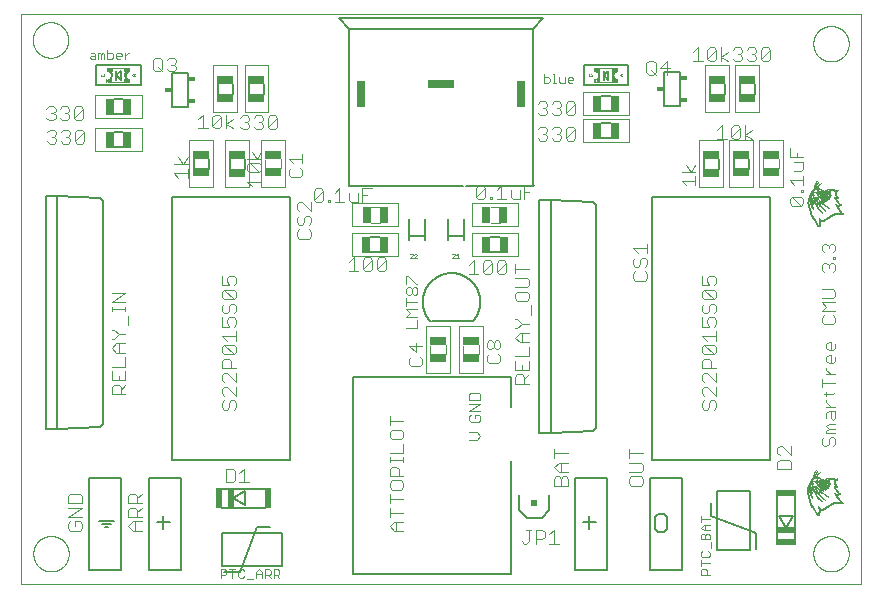
<source format=gto>
G75*
%MOIN*%
%OFA0B0*%
%FSLAX25Y25*%
%IPPOS*%
%LPD*%
%AMOC8*
5,1,8,0,0,1.08239X$1,22.5*
%
%ADD10C,0.00000*%
%ADD11C,0.00400*%
%ADD12R,0.00039X0.00079*%
%ADD13R,0.00039X0.00118*%
%ADD14R,0.00039X0.00197*%
%ADD15R,0.00039X0.00236*%
%ADD16R,0.00039X0.00276*%
%ADD17R,0.00039X0.00354*%
%ADD18R,0.00039X0.00394*%
%ADD19R,0.00039X0.00433*%
%ADD20R,0.00039X0.00512*%
%ADD21R,0.00039X0.00551*%
%ADD22R,0.00039X0.00630*%
%ADD23R,0.00039X0.00669*%
%ADD24R,0.00039X0.00709*%
%ADD25R,0.00039X0.00787*%
%ADD26R,0.00039X0.00827*%
%ADD27R,0.00039X0.00906*%
%ADD28R,0.00039X0.00945*%
%ADD29R,0.00039X0.00984*%
%ADD30R,0.00039X0.01063*%
%ADD31R,0.00039X0.01102*%
%ADD32R,0.00039X0.00315*%
%ADD33R,0.00039X0.00472*%
%ADD34R,0.00039X0.00591*%
%ADD35R,0.00039X0.00748*%
%ADD36R,0.00039X0.01024*%
%ADD37R,0.00039X0.00157*%
%ADD38R,0.00039X0.00866*%
%ADD39R,0.00039X0.01693*%
%ADD40R,0.00039X0.01614*%
%ADD41R,0.00039X0.01496*%
%ADD42R,0.00039X0.01417*%
%ADD43R,0.00039X0.01299*%
%ADD44R,0.00039X0.01181*%
%ADD45R,0.00039X0.01142*%
%ADD46R,0.00039X0.02362*%
%ADD47R,0.00039X0.02441*%
%ADD48R,0.00039X0.02520*%
%ADD49R,0.00039X0.02638*%
%ADD50R,0.00039X0.02677*%
%ADD51R,0.00039X0.01457*%
%ADD52R,0.00039X0.00039*%
%ADD53R,0.00039X0.01220*%
%ADD54R,0.00039X0.01260*%
%ADD55R,0.00039X0.01339*%
%ADD56R,0.00039X0.01378*%
%ADD57R,0.00039X0.01535*%
%ADD58R,0.00039X0.01575*%
%ADD59R,0.00039X0.01654*%
%ADD60R,0.00039X0.01772*%
%ADD61R,0.00039X0.01811*%
%ADD62R,0.00039X0.01890*%
%ADD63R,0.00039X0.03307*%
%ADD64R,0.00039X0.03386*%
%ADD65R,0.00039X0.03661*%
%ADD66R,0.00039X0.03701*%
%ADD67R,0.00039X0.03740*%
%ADD68R,0.00039X0.03780*%
%ADD69R,0.00039X0.03819*%
%ADD70R,0.00039X0.03858*%
%ADD71R,0.00039X0.03898*%
%ADD72R,0.00039X0.03937*%
%ADD73R,0.00039X0.03976*%
%ADD74R,0.00039X0.04016*%
%ADD75R,0.00039X0.04094*%
%ADD76R,0.00039X0.04213*%
%ADD77R,0.00039X0.03110*%
%ADD78R,0.00039X0.02992*%
%ADD79R,0.00039X0.02913*%
%ADD80R,0.00039X0.01850*%
%ADD81R,0.00039X0.02126*%
%ADD82R,0.00039X0.02402*%
%ADD83R,0.00039X0.02480*%
%ADD84R,0.00039X0.02559*%
%ADD85R,0.00039X0.02244*%
%ADD86R,0.00039X0.02165*%
%ADD87R,0.00039X0.01969*%
%ADD88R,0.00039X0.02047*%
%ADD89R,0.00039X0.01929*%
%ADD90R,0.00039X0.01732*%
%ADD91R,0.00039X0.03150*%
%ADD92R,0.00039X0.03228*%
%ADD93R,0.00039X0.04134*%
%ADD94R,0.00039X0.03504*%
%ADD95R,0.00039X0.03346*%
%ADD96R,0.00039X0.03189*%
%ADD97R,0.00039X0.03071*%
%ADD98R,0.00039X0.02835*%
%ADD99C,0.00200*%
%ADD100R,0.05709X0.02953*%
%ADD101C,0.00500*%
%ADD102C,0.00300*%
%ADD103C,0.00800*%
%ADD104C,0.00600*%
%ADD105R,0.02559X0.05512*%
%ADD106R,0.05512X0.02559*%
%ADD107C,0.00100*%
%ADD108R,0.01969X0.01280*%
%ADD109R,0.00984X0.00591*%
%ADD110R,0.00689X0.01575*%
%ADD111R,0.01031X0.01181*%
%ADD112R,0.00295X0.01280*%
%ADD113R,0.06800X0.02200*%
%ADD114R,0.06200X0.02400*%
%ADD115R,0.02200X0.06800*%
%ADD116R,0.02400X0.06200*%
%ADD117R,0.02300X0.01800*%
%ADD118R,0.02953X0.05709*%
%ADD119R,0.02000X0.02000*%
%ADD120R,0.09055X0.02756*%
%ADD121R,0.03150X0.09055*%
D10*
X0001000Y0023933D02*
X0001000Y0213933D01*
X0281000Y0213933D01*
X0281000Y0023933D01*
X0001000Y0023933D01*
X0005094Y0033933D02*
X0005096Y0034086D01*
X0005102Y0034240D01*
X0005112Y0034393D01*
X0005126Y0034545D01*
X0005144Y0034698D01*
X0005166Y0034849D01*
X0005191Y0035000D01*
X0005221Y0035151D01*
X0005255Y0035301D01*
X0005292Y0035449D01*
X0005333Y0035597D01*
X0005378Y0035743D01*
X0005427Y0035889D01*
X0005480Y0036033D01*
X0005536Y0036175D01*
X0005596Y0036316D01*
X0005660Y0036456D01*
X0005727Y0036594D01*
X0005798Y0036730D01*
X0005873Y0036864D01*
X0005950Y0036996D01*
X0006032Y0037126D01*
X0006116Y0037254D01*
X0006204Y0037380D01*
X0006295Y0037503D01*
X0006389Y0037624D01*
X0006487Y0037742D01*
X0006587Y0037858D01*
X0006691Y0037971D01*
X0006797Y0038082D01*
X0006906Y0038190D01*
X0007018Y0038295D01*
X0007132Y0038396D01*
X0007250Y0038495D01*
X0007369Y0038591D01*
X0007491Y0038684D01*
X0007616Y0038773D01*
X0007743Y0038860D01*
X0007872Y0038942D01*
X0008003Y0039022D01*
X0008136Y0039098D01*
X0008271Y0039171D01*
X0008408Y0039240D01*
X0008547Y0039305D01*
X0008687Y0039367D01*
X0008829Y0039425D01*
X0008972Y0039480D01*
X0009117Y0039531D01*
X0009263Y0039578D01*
X0009410Y0039621D01*
X0009558Y0039660D01*
X0009707Y0039696D01*
X0009857Y0039727D01*
X0010008Y0039755D01*
X0010159Y0039779D01*
X0010312Y0039799D01*
X0010464Y0039815D01*
X0010617Y0039827D01*
X0010770Y0039835D01*
X0010923Y0039839D01*
X0011077Y0039839D01*
X0011230Y0039835D01*
X0011383Y0039827D01*
X0011536Y0039815D01*
X0011688Y0039799D01*
X0011841Y0039779D01*
X0011992Y0039755D01*
X0012143Y0039727D01*
X0012293Y0039696D01*
X0012442Y0039660D01*
X0012590Y0039621D01*
X0012737Y0039578D01*
X0012883Y0039531D01*
X0013028Y0039480D01*
X0013171Y0039425D01*
X0013313Y0039367D01*
X0013453Y0039305D01*
X0013592Y0039240D01*
X0013729Y0039171D01*
X0013864Y0039098D01*
X0013997Y0039022D01*
X0014128Y0038942D01*
X0014257Y0038860D01*
X0014384Y0038773D01*
X0014509Y0038684D01*
X0014631Y0038591D01*
X0014750Y0038495D01*
X0014868Y0038396D01*
X0014982Y0038295D01*
X0015094Y0038190D01*
X0015203Y0038082D01*
X0015309Y0037971D01*
X0015413Y0037858D01*
X0015513Y0037742D01*
X0015611Y0037624D01*
X0015705Y0037503D01*
X0015796Y0037380D01*
X0015884Y0037254D01*
X0015968Y0037126D01*
X0016050Y0036996D01*
X0016127Y0036864D01*
X0016202Y0036730D01*
X0016273Y0036594D01*
X0016340Y0036456D01*
X0016404Y0036316D01*
X0016464Y0036175D01*
X0016520Y0036033D01*
X0016573Y0035889D01*
X0016622Y0035743D01*
X0016667Y0035597D01*
X0016708Y0035449D01*
X0016745Y0035301D01*
X0016779Y0035151D01*
X0016809Y0035000D01*
X0016834Y0034849D01*
X0016856Y0034698D01*
X0016874Y0034545D01*
X0016888Y0034393D01*
X0016898Y0034240D01*
X0016904Y0034086D01*
X0016906Y0033933D01*
X0016904Y0033780D01*
X0016898Y0033626D01*
X0016888Y0033473D01*
X0016874Y0033321D01*
X0016856Y0033168D01*
X0016834Y0033017D01*
X0016809Y0032866D01*
X0016779Y0032715D01*
X0016745Y0032565D01*
X0016708Y0032417D01*
X0016667Y0032269D01*
X0016622Y0032123D01*
X0016573Y0031977D01*
X0016520Y0031833D01*
X0016464Y0031691D01*
X0016404Y0031550D01*
X0016340Y0031410D01*
X0016273Y0031272D01*
X0016202Y0031136D01*
X0016127Y0031002D01*
X0016050Y0030870D01*
X0015968Y0030740D01*
X0015884Y0030612D01*
X0015796Y0030486D01*
X0015705Y0030363D01*
X0015611Y0030242D01*
X0015513Y0030124D01*
X0015413Y0030008D01*
X0015309Y0029895D01*
X0015203Y0029784D01*
X0015094Y0029676D01*
X0014982Y0029571D01*
X0014868Y0029470D01*
X0014750Y0029371D01*
X0014631Y0029275D01*
X0014509Y0029182D01*
X0014384Y0029093D01*
X0014257Y0029006D01*
X0014128Y0028924D01*
X0013997Y0028844D01*
X0013864Y0028768D01*
X0013729Y0028695D01*
X0013592Y0028626D01*
X0013453Y0028561D01*
X0013313Y0028499D01*
X0013171Y0028441D01*
X0013028Y0028386D01*
X0012883Y0028335D01*
X0012737Y0028288D01*
X0012590Y0028245D01*
X0012442Y0028206D01*
X0012293Y0028170D01*
X0012143Y0028139D01*
X0011992Y0028111D01*
X0011841Y0028087D01*
X0011688Y0028067D01*
X0011536Y0028051D01*
X0011383Y0028039D01*
X0011230Y0028031D01*
X0011077Y0028027D01*
X0010923Y0028027D01*
X0010770Y0028031D01*
X0010617Y0028039D01*
X0010464Y0028051D01*
X0010312Y0028067D01*
X0010159Y0028087D01*
X0010008Y0028111D01*
X0009857Y0028139D01*
X0009707Y0028170D01*
X0009558Y0028206D01*
X0009410Y0028245D01*
X0009263Y0028288D01*
X0009117Y0028335D01*
X0008972Y0028386D01*
X0008829Y0028441D01*
X0008687Y0028499D01*
X0008547Y0028561D01*
X0008408Y0028626D01*
X0008271Y0028695D01*
X0008136Y0028768D01*
X0008003Y0028844D01*
X0007872Y0028924D01*
X0007743Y0029006D01*
X0007616Y0029093D01*
X0007491Y0029182D01*
X0007369Y0029275D01*
X0007250Y0029371D01*
X0007132Y0029470D01*
X0007018Y0029571D01*
X0006906Y0029676D01*
X0006797Y0029784D01*
X0006691Y0029895D01*
X0006587Y0030008D01*
X0006487Y0030124D01*
X0006389Y0030242D01*
X0006295Y0030363D01*
X0006204Y0030486D01*
X0006116Y0030612D01*
X0006032Y0030740D01*
X0005950Y0030870D01*
X0005873Y0031002D01*
X0005798Y0031136D01*
X0005727Y0031272D01*
X0005660Y0031410D01*
X0005596Y0031550D01*
X0005536Y0031691D01*
X0005480Y0031833D01*
X0005427Y0031977D01*
X0005378Y0032123D01*
X0005333Y0032269D01*
X0005292Y0032417D01*
X0005255Y0032565D01*
X0005221Y0032715D01*
X0005191Y0032866D01*
X0005166Y0033017D01*
X0005144Y0033168D01*
X0005126Y0033321D01*
X0005112Y0033473D01*
X0005102Y0033626D01*
X0005096Y0033780D01*
X0005094Y0033933D01*
X0265094Y0033933D02*
X0265096Y0034086D01*
X0265102Y0034240D01*
X0265112Y0034393D01*
X0265126Y0034545D01*
X0265144Y0034698D01*
X0265166Y0034849D01*
X0265191Y0035000D01*
X0265221Y0035151D01*
X0265255Y0035301D01*
X0265292Y0035449D01*
X0265333Y0035597D01*
X0265378Y0035743D01*
X0265427Y0035889D01*
X0265480Y0036033D01*
X0265536Y0036175D01*
X0265596Y0036316D01*
X0265660Y0036456D01*
X0265727Y0036594D01*
X0265798Y0036730D01*
X0265873Y0036864D01*
X0265950Y0036996D01*
X0266032Y0037126D01*
X0266116Y0037254D01*
X0266204Y0037380D01*
X0266295Y0037503D01*
X0266389Y0037624D01*
X0266487Y0037742D01*
X0266587Y0037858D01*
X0266691Y0037971D01*
X0266797Y0038082D01*
X0266906Y0038190D01*
X0267018Y0038295D01*
X0267132Y0038396D01*
X0267250Y0038495D01*
X0267369Y0038591D01*
X0267491Y0038684D01*
X0267616Y0038773D01*
X0267743Y0038860D01*
X0267872Y0038942D01*
X0268003Y0039022D01*
X0268136Y0039098D01*
X0268271Y0039171D01*
X0268408Y0039240D01*
X0268547Y0039305D01*
X0268687Y0039367D01*
X0268829Y0039425D01*
X0268972Y0039480D01*
X0269117Y0039531D01*
X0269263Y0039578D01*
X0269410Y0039621D01*
X0269558Y0039660D01*
X0269707Y0039696D01*
X0269857Y0039727D01*
X0270008Y0039755D01*
X0270159Y0039779D01*
X0270312Y0039799D01*
X0270464Y0039815D01*
X0270617Y0039827D01*
X0270770Y0039835D01*
X0270923Y0039839D01*
X0271077Y0039839D01*
X0271230Y0039835D01*
X0271383Y0039827D01*
X0271536Y0039815D01*
X0271688Y0039799D01*
X0271841Y0039779D01*
X0271992Y0039755D01*
X0272143Y0039727D01*
X0272293Y0039696D01*
X0272442Y0039660D01*
X0272590Y0039621D01*
X0272737Y0039578D01*
X0272883Y0039531D01*
X0273028Y0039480D01*
X0273171Y0039425D01*
X0273313Y0039367D01*
X0273453Y0039305D01*
X0273592Y0039240D01*
X0273729Y0039171D01*
X0273864Y0039098D01*
X0273997Y0039022D01*
X0274128Y0038942D01*
X0274257Y0038860D01*
X0274384Y0038773D01*
X0274509Y0038684D01*
X0274631Y0038591D01*
X0274750Y0038495D01*
X0274868Y0038396D01*
X0274982Y0038295D01*
X0275094Y0038190D01*
X0275203Y0038082D01*
X0275309Y0037971D01*
X0275413Y0037858D01*
X0275513Y0037742D01*
X0275611Y0037624D01*
X0275705Y0037503D01*
X0275796Y0037380D01*
X0275884Y0037254D01*
X0275968Y0037126D01*
X0276050Y0036996D01*
X0276127Y0036864D01*
X0276202Y0036730D01*
X0276273Y0036594D01*
X0276340Y0036456D01*
X0276404Y0036316D01*
X0276464Y0036175D01*
X0276520Y0036033D01*
X0276573Y0035889D01*
X0276622Y0035743D01*
X0276667Y0035597D01*
X0276708Y0035449D01*
X0276745Y0035301D01*
X0276779Y0035151D01*
X0276809Y0035000D01*
X0276834Y0034849D01*
X0276856Y0034698D01*
X0276874Y0034545D01*
X0276888Y0034393D01*
X0276898Y0034240D01*
X0276904Y0034086D01*
X0276906Y0033933D01*
X0276904Y0033780D01*
X0276898Y0033626D01*
X0276888Y0033473D01*
X0276874Y0033321D01*
X0276856Y0033168D01*
X0276834Y0033017D01*
X0276809Y0032866D01*
X0276779Y0032715D01*
X0276745Y0032565D01*
X0276708Y0032417D01*
X0276667Y0032269D01*
X0276622Y0032123D01*
X0276573Y0031977D01*
X0276520Y0031833D01*
X0276464Y0031691D01*
X0276404Y0031550D01*
X0276340Y0031410D01*
X0276273Y0031272D01*
X0276202Y0031136D01*
X0276127Y0031002D01*
X0276050Y0030870D01*
X0275968Y0030740D01*
X0275884Y0030612D01*
X0275796Y0030486D01*
X0275705Y0030363D01*
X0275611Y0030242D01*
X0275513Y0030124D01*
X0275413Y0030008D01*
X0275309Y0029895D01*
X0275203Y0029784D01*
X0275094Y0029676D01*
X0274982Y0029571D01*
X0274868Y0029470D01*
X0274750Y0029371D01*
X0274631Y0029275D01*
X0274509Y0029182D01*
X0274384Y0029093D01*
X0274257Y0029006D01*
X0274128Y0028924D01*
X0273997Y0028844D01*
X0273864Y0028768D01*
X0273729Y0028695D01*
X0273592Y0028626D01*
X0273453Y0028561D01*
X0273313Y0028499D01*
X0273171Y0028441D01*
X0273028Y0028386D01*
X0272883Y0028335D01*
X0272737Y0028288D01*
X0272590Y0028245D01*
X0272442Y0028206D01*
X0272293Y0028170D01*
X0272143Y0028139D01*
X0271992Y0028111D01*
X0271841Y0028087D01*
X0271688Y0028067D01*
X0271536Y0028051D01*
X0271383Y0028039D01*
X0271230Y0028031D01*
X0271077Y0028027D01*
X0270923Y0028027D01*
X0270770Y0028031D01*
X0270617Y0028039D01*
X0270464Y0028051D01*
X0270312Y0028067D01*
X0270159Y0028087D01*
X0270008Y0028111D01*
X0269857Y0028139D01*
X0269707Y0028170D01*
X0269558Y0028206D01*
X0269410Y0028245D01*
X0269263Y0028288D01*
X0269117Y0028335D01*
X0268972Y0028386D01*
X0268829Y0028441D01*
X0268687Y0028499D01*
X0268547Y0028561D01*
X0268408Y0028626D01*
X0268271Y0028695D01*
X0268136Y0028768D01*
X0268003Y0028844D01*
X0267872Y0028924D01*
X0267743Y0029006D01*
X0267616Y0029093D01*
X0267491Y0029182D01*
X0267369Y0029275D01*
X0267250Y0029371D01*
X0267132Y0029470D01*
X0267018Y0029571D01*
X0266906Y0029676D01*
X0266797Y0029784D01*
X0266691Y0029895D01*
X0266587Y0030008D01*
X0266487Y0030124D01*
X0266389Y0030242D01*
X0266295Y0030363D01*
X0266204Y0030486D01*
X0266116Y0030612D01*
X0266032Y0030740D01*
X0265950Y0030870D01*
X0265873Y0031002D01*
X0265798Y0031136D01*
X0265727Y0031272D01*
X0265660Y0031410D01*
X0265596Y0031550D01*
X0265536Y0031691D01*
X0265480Y0031833D01*
X0265427Y0031977D01*
X0265378Y0032123D01*
X0265333Y0032269D01*
X0265292Y0032417D01*
X0265255Y0032565D01*
X0265221Y0032715D01*
X0265191Y0032866D01*
X0265166Y0033017D01*
X0265144Y0033168D01*
X0265126Y0033321D01*
X0265112Y0033473D01*
X0265102Y0033626D01*
X0265096Y0033780D01*
X0265094Y0033933D01*
X0265094Y0203933D02*
X0265096Y0204086D01*
X0265102Y0204240D01*
X0265112Y0204393D01*
X0265126Y0204545D01*
X0265144Y0204698D01*
X0265166Y0204849D01*
X0265191Y0205000D01*
X0265221Y0205151D01*
X0265255Y0205301D01*
X0265292Y0205449D01*
X0265333Y0205597D01*
X0265378Y0205743D01*
X0265427Y0205889D01*
X0265480Y0206033D01*
X0265536Y0206175D01*
X0265596Y0206316D01*
X0265660Y0206456D01*
X0265727Y0206594D01*
X0265798Y0206730D01*
X0265873Y0206864D01*
X0265950Y0206996D01*
X0266032Y0207126D01*
X0266116Y0207254D01*
X0266204Y0207380D01*
X0266295Y0207503D01*
X0266389Y0207624D01*
X0266487Y0207742D01*
X0266587Y0207858D01*
X0266691Y0207971D01*
X0266797Y0208082D01*
X0266906Y0208190D01*
X0267018Y0208295D01*
X0267132Y0208396D01*
X0267250Y0208495D01*
X0267369Y0208591D01*
X0267491Y0208684D01*
X0267616Y0208773D01*
X0267743Y0208860D01*
X0267872Y0208942D01*
X0268003Y0209022D01*
X0268136Y0209098D01*
X0268271Y0209171D01*
X0268408Y0209240D01*
X0268547Y0209305D01*
X0268687Y0209367D01*
X0268829Y0209425D01*
X0268972Y0209480D01*
X0269117Y0209531D01*
X0269263Y0209578D01*
X0269410Y0209621D01*
X0269558Y0209660D01*
X0269707Y0209696D01*
X0269857Y0209727D01*
X0270008Y0209755D01*
X0270159Y0209779D01*
X0270312Y0209799D01*
X0270464Y0209815D01*
X0270617Y0209827D01*
X0270770Y0209835D01*
X0270923Y0209839D01*
X0271077Y0209839D01*
X0271230Y0209835D01*
X0271383Y0209827D01*
X0271536Y0209815D01*
X0271688Y0209799D01*
X0271841Y0209779D01*
X0271992Y0209755D01*
X0272143Y0209727D01*
X0272293Y0209696D01*
X0272442Y0209660D01*
X0272590Y0209621D01*
X0272737Y0209578D01*
X0272883Y0209531D01*
X0273028Y0209480D01*
X0273171Y0209425D01*
X0273313Y0209367D01*
X0273453Y0209305D01*
X0273592Y0209240D01*
X0273729Y0209171D01*
X0273864Y0209098D01*
X0273997Y0209022D01*
X0274128Y0208942D01*
X0274257Y0208860D01*
X0274384Y0208773D01*
X0274509Y0208684D01*
X0274631Y0208591D01*
X0274750Y0208495D01*
X0274868Y0208396D01*
X0274982Y0208295D01*
X0275094Y0208190D01*
X0275203Y0208082D01*
X0275309Y0207971D01*
X0275413Y0207858D01*
X0275513Y0207742D01*
X0275611Y0207624D01*
X0275705Y0207503D01*
X0275796Y0207380D01*
X0275884Y0207254D01*
X0275968Y0207126D01*
X0276050Y0206996D01*
X0276127Y0206864D01*
X0276202Y0206730D01*
X0276273Y0206594D01*
X0276340Y0206456D01*
X0276404Y0206316D01*
X0276464Y0206175D01*
X0276520Y0206033D01*
X0276573Y0205889D01*
X0276622Y0205743D01*
X0276667Y0205597D01*
X0276708Y0205449D01*
X0276745Y0205301D01*
X0276779Y0205151D01*
X0276809Y0205000D01*
X0276834Y0204849D01*
X0276856Y0204698D01*
X0276874Y0204545D01*
X0276888Y0204393D01*
X0276898Y0204240D01*
X0276904Y0204086D01*
X0276906Y0203933D01*
X0276904Y0203780D01*
X0276898Y0203626D01*
X0276888Y0203473D01*
X0276874Y0203321D01*
X0276856Y0203168D01*
X0276834Y0203017D01*
X0276809Y0202866D01*
X0276779Y0202715D01*
X0276745Y0202565D01*
X0276708Y0202417D01*
X0276667Y0202269D01*
X0276622Y0202123D01*
X0276573Y0201977D01*
X0276520Y0201833D01*
X0276464Y0201691D01*
X0276404Y0201550D01*
X0276340Y0201410D01*
X0276273Y0201272D01*
X0276202Y0201136D01*
X0276127Y0201002D01*
X0276050Y0200870D01*
X0275968Y0200740D01*
X0275884Y0200612D01*
X0275796Y0200486D01*
X0275705Y0200363D01*
X0275611Y0200242D01*
X0275513Y0200124D01*
X0275413Y0200008D01*
X0275309Y0199895D01*
X0275203Y0199784D01*
X0275094Y0199676D01*
X0274982Y0199571D01*
X0274868Y0199470D01*
X0274750Y0199371D01*
X0274631Y0199275D01*
X0274509Y0199182D01*
X0274384Y0199093D01*
X0274257Y0199006D01*
X0274128Y0198924D01*
X0273997Y0198844D01*
X0273864Y0198768D01*
X0273729Y0198695D01*
X0273592Y0198626D01*
X0273453Y0198561D01*
X0273313Y0198499D01*
X0273171Y0198441D01*
X0273028Y0198386D01*
X0272883Y0198335D01*
X0272737Y0198288D01*
X0272590Y0198245D01*
X0272442Y0198206D01*
X0272293Y0198170D01*
X0272143Y0198139D01*
X0271992Y0198111D01*
X0271841Y0198087D01*
X0271688Y0198067D01*
X0271536Y0198051D01*
X0271383Y0198039D01*
X0271230Y0198031D01*
X0271077Y0198027D01*
X0270923Y0198027D01*
X0270770Y0198031D01*
X0270617Y0198039D01*
X0270464Y0198051D01*
X0270312Y0198067D01*
X0270159Y0198087D01*
X0270008Y0198111D01*
X0269857Y0198139D01*
X0269707Y0198170D01*
X0269558Y0198206D01*
X0269410Y0198245D01*
X0269263Y0198288D01*
X0269117Y0198335D01*
X0268972Y0198386D01*
X0268829Y0198441D01*
X0268687Y0198499D01*
X0268547Y0198561D01*
X0268408Y0198626D01*
X0268271Y0198695D01*
X0268136Y0198768D01*
X0268003Y0198844D01*
X0267872Y0198924D01*
X0267743Y0199006D01*
X0267616Y0199093D01*
X0267491Y0199182D01*
X0267369Y0199275D01*
X0267250Y0199371D01*
X0267132Y0199470D01*
X0267018Y0199571D01*
X0266906Y0199676D01*
X0266797Y0199784D01*
X0266691Y0199895D01*
X0266587Y0200008D01*
X0266487Y0200124D01*
X0266389Y0200242D01*
X0266295Y0200363D01*
X0266204Y0200486D01*
X0266116Y0200612D01*
X0266032Y0200740D01*
X0265950Y0200870D01*
X0265873Y0201002D01*
X0265798Y0201136D01*
X0265727Y0201272D01*
X0265660Y0201410D01*
X0265596Y0201550D01*
X0265536Y0201691D01*
X0265480Y0201833D01*
X0265427Y0201977D01*
X0265378Y0202123D01*
X0265333Y0202269D01*
X0265292Y0202417D01*
X0265255Y0202565D01*
X0265221Y0202715D01*
X0265191Y0202866D01*
X0265166Y0203017D01*
X0265144Y0203168D01*
X0265126Y0203321D01*
X0265112Y0203473D01*
X0265102Y0203626D01*
X0265096Y0203780D01*
X0265094Y0203933D01*
X0004937Y0205193D02*
X0004939Y0205346D01*
X0004945Y0205500D01*
X0004955Y0205653D01*
X0004969Y0205805D01*
X0004987Y0205958D01*
X0005009Y0206109D01*
X0005034Y0206260D01*
X0005064Y0206411D01*
X0005098Y0206561D01*
X0005135Y0206709D01*
X0005176Y0206857D01*
X0005221Y0207003D01*
X0005270Y0207149D01*
X0005323Y0207293D01*
X0005379Y0207435D01*
X0005439Y0207576D01*
X0005503Y0207716D01*
X0005570Y0207854D01*
X0005641Y0207990D01*
X0005716Y0208124D01*
X0005793Y0208256D01*
X0005875Y0208386D01*
X0005959Y0208514D01*
X0006047Y0208640D01*
X0006138Y0208763D01*
X0006232Y0208884D01*
X0006330Y0209002D01*
X0006430Y0209118D01*
X0006534Y0209231D01*
X0006640Y0209342D01*
X0006749Y0209450D01*
X0006861Y0209555D01*
X0006975Y0209656D01*
X0007093Y0209755D01*
X0007212Y0209851D01*
X0007334Y0209944D01*
X0007459Y0210033D01*
X0007586Y0210120D01*
X0007715Y0210202D01*
X0007846Y0210282D01*
X0007979Y0210358D01*
X0008114Y0210431D01*
X0008251Y0210500D01*
X0008390Y0210565D01*
X0008530Y0210627D01*
X0008672Y0210685D01*
X0008815Y0210740D01*
X0008960Y0210791D01*
X0009106Y0210838D01*
X0009253Y0210881D01*
X0009401Y0210920D01*
X0009550Y0210956D01*
X0009700Y0210987D01*
X0009851Y0211015D01*
X0010002Y0211039D01*
X0010155Y0211059D01*
X0010307Y0211075D01*
X0010460Y0211087D01*
X0010613Y0211095D01*
X0010766Y0211099D01*
X0010920Y0211099D01*
X0011073Y0211095D01*
X0011226Y0211087D01*
X0011379Y0211075D01*
X0011531Y0211059D01*
X0011684Y0211039D01*
X0011835Y0211015D01*
X0011986Y0210987D01*
X0012136Y0210956D01*
X0012285Y0210920D01*
X0012433Y0210881D01*
X0012580Y0210838D01*
X0012726Y0210791D01*
X0012871Y0210740D01*
X0013014Y0210685D01*
X0013156Y0210627D01*
X0013296Y0210565D01*
X0013435Y0210500D01*
X0013572Y0210431D01*
X0013707Y0210358D01*
X0013840Y0210282D01*
X0013971Y0210202D01*
X0014100Y0210120D01*
X0014227Y0210033D01*
X0014352Y0209944D01*
X0014474Y0209851D01*
X0014593Y0209755D01*
X0014711Y0209656D01*
X0014825Y0209555D01*
X0014937Y0209450D01*
X0015046Y0209342D01*
X0015152Y0209231D01*
X0015256Y0209118D01*
X0015356Y0209002D01*
X0015454Y0208884D01*
X0015548Y0208763D01*
X0015639Y0208640D01*
X0015727Y0208514D01*
X0015811Y0208386D01*
X0015893Y0208256D01*
X0015970Y0208124D01*
X0016045Y0207990D01*
X0016116Y0207854D01*
X0016183Y0207716D01*
X0016247Y0207576D01*
X0016307Y0207435D01*
X0016363Y0207293D01*
X0016416Y0207149D01*
X0016465Y0207003D01*
X0016510Y0206857D01*
X0016551Y0206709D01*
X0016588Y0206561D01*
X0016622Y0206411D01*
X0016652Y0206260D01*
X0016677Y0206109D01*
X0016699Y0205958D01*
X0016717Y0205805D01*
X0016731Y0205653D01*
X0016741Y0205500D01*
X0016747Y0205346D01*
X0016749Y0205193D01*
X0016747Y0205040D01*
X0016741Y0204886D01*
X0016731Y0204733D01*
X0016717Y0204581D01*
X0016699Y0204428D01*
X0016677Y0204277D01*
X0016652Y0204126D01*
X0016622Y0203975D01*
X0016588Y0203825D01*
X0016551Y0203677D01*
X0016510Y0203529D01*
X0016465Y0203383D01*
X0016416Y0203237D01*
X0016363Y0203093D01*
X0016307Y0202951D01*
X0016247Y0202810D01*
X0016183Y0202670D01*
X0016116Y0202532D01*
X0016045Y0202396D01*
X0015970Y0202262D01*
X0015893Y0202130D01*
X0015811Y0202000D01*
X0015727Y0201872D01*
X0015639Y0201746D01*
X0015548Y0201623D01*
X0015454Y0201502D01*
X0015356Y0201384D01*
X0015256Y0201268D01*
X0015152Y0201155D01*
X0015046Y0201044D01*
X0014937Y0200936D01*
X0014825Y0200831D01*
X0014711Y0200730D01*
X0014593Y0200631D01*
X0014474Y0200535D01*
X0014352Y0200442D01*
X0014227Y0200353D01*
X0014100Y0200266D01*
X0013971Y0200184D01*
X0013840Y0200104D01*
X0013707Y0200028D01*
X0013572Y0199955D01*
X0013435Y0199886D01*
X0013296Y0199821D01*
X0013156Y0199759D01*
X0013014Y0199701D01*
X0012871Y0199646D01*
X0012726Y0199595D01*
X0012580Y0199548D01*
X0012433Y0199505D01*
X0012285Y0199466D01*
X0012136Y0199430D01*
X0011986Y0199399D01*
X0011835Y0199371D01*
X0011684Y0199347D01*
X0011531Y0199327D01*
X0011379Y0199311D01*
X0011226Y0199299D01*
X0011073Y0199291D01*
X0010920Y0199287D01*
X0010766Y0199287D01*
X0010613Y0199291D01*
X0010460Y0199299D01*
X0010307Y0199311D01*
X0010155Y0199327D01*
X0010002Y0199347D01*
X0009851Y0199371D01*
X0009700Y0199399D01*
X0009550Y0199430D01*
X0009401Y0199466D01*
X0009253Y0199505D01*
X0009106Y0199548D01*
X0008960Y0199595D01*
X0008815Y0199646D01*
X0008672Y0199701D01*
X0008530Y0199759D01*
X0008390Y0199821D01*
X0008251Y0199886D01*
X0008114Y0199955D01*
X0007979Y0200028D01*
X0007846Y0200104D01*
X0007715Y0200184D01*
X0007586Y0200266D01*
X0007459Y0200353D01*
X0007334Y0200442D01*
X0007212Y0200535D01*
X0007093Y0200631D01*
X0006975Y0200730D01*
X0006861Y0200831D01*
X0006749Y0200936D01*
X0006640Y0201044D01*
X0006534Y0201155D01*
X0006430Y0201268D01*
X0006330Y0201384D01*
X0006232Y0201502D01*
X0006138Y0201623D01*
X0006047Y0201746D01*
X0005959Y0201872D01*
X0005875Y0202000D01*
X0005793Y0202130D01*
X0005716Y0202262D01*
X0005641Y0202396D01*
X0005570Y0202532D01*
X0005503Y0202670D01*
X0005439Y0202810D01*
X0005379Y0202951D01*
X0005323Y0203093D01*
X0005270Y0203237D01*
X0005221Y0203383D01*
X0005176Y0203529D01*
X0005135Y0203677D01*
X0005098Y0203825D01*
X0005064Y0203975D01*
X0005034Y0204126D01*
X0005009Y0204277D01*
X0004987Y0204428D01*
X0004969Y0204581D01*
X0004955Y0204733D01*
X0004945Y0204886D01*
X0004939Y0205040D01*
X0004937Y0205193D01*
D11*
X0029858Y0194811D02*
X0029930Y0194797D01*
X0030001Y0194781D01*
X0030072Y0194760D01*
X0030141Y0194736D01*
X0030208Y0194708D01*
X0030275Y0194677D01*
X0030339Y0194642D01*
X0030401Y0194604D01*
X0030462Y0194563D01*
X0030520Y0194518D01*
X0030576Y0194471D01*
X0030629Y0194421D01*
X0030679Y0194368D01*
X0030727Y0194312D01*
X0030772Y0194254D01*
X0030813Y0194194D01*
X0030851Y0194132D01*
X0030886Y0194067D01*
X0030918Y0194001D01*
X0030946Y0193934D01*
X0030970Y0193865D01*
X0030991Y0193795D01*
X0031008Y0193724D01*
X0031022Y0193652D01*
X0031031Y0193579D01*
X0031037Y0193506D01*
X0031039Y0193433D01*
X0031037Y0193360D01*
X0031031Y0193287D01*
X0031022Y0193214D01*
X0031008Y0193142D01*
X0030991Y0193071D01*
X0030970Y0193001D01*
X0030946Y0192932D01*
X0030918Y0192865D01*
X0030886Y0192799D01*
X0030851Y0192734D01*
X0030813Y0192672D01*
X0030772Y0192612D01*
X0030727Y0192554D01*
X0030679Y0192498D01*
X0030629Y0192445D01*
X0030576Y0192395D01*
X0030520Y0192348D01*
X0030462Y0192303D01*
X0030401Y0192262D01*
X0030339Y0192224D01*
X0030275Y0192189D01*
X0030208Y0192158D01*
X0030141Y0192130D01*
X0030072Y0192106D01*
X0030001Y0192085D01*
X0029930Y0192069D01*
X0029858Y0192055D01*
X0029858Y0191169D02*
X0035469Y0191169D01*
X0037142Y0192055D02*
X0037070Y0192069D01*
X0036999Y0192085D01*
X0036928Y0192106D01*
X0036859Y0192130D01*
X0036792Y0192158D01*
X0036725Y0192189D01*
X0036661Y0192224D01*
X0036599Y0192262D01*
X0036538Y0192303D01*
X0036480Y0192348D01*
X0036424Y0192395D01*
X0036371Y0192445D01*
X0036321Y0192498D01*
X0036273Y0192554D01*
X0036228Y0192612D01*
X0036187Y0192672D01*
X0036149Y0192734D01*
X0036114Y0192799D01*
X0036082Y0192865D01*
X0036054Y0192932D01*
X0036030Y0193001D01*
X0036009Y0193071D01*
X0035992Y0193142D01*
X0035978Y0193214D01*
X0035969Y0193287D01*
X0035963Y0193360D01*
X0035961Y0193433D01*
X0035963Y0193506D01*
X0035969Y0193579D01*
X0035978Y0193652D01*
X0035992Y0193724D01*
X0036009Y0193795D01*
X0036030Y0193865D01*
X0036054Y0193934D01*
X0036082Y0194001D01*
X0036114Y0194067D01*
X0036149Y0194132D01*
X0036187Y0194194D01*
X0036228Y0194254D01*
X0036273Y0194312D01*
X0036321Y0194368D01*
X0036371Y0194421D01*
X0036424Y0194471D01*
X0036480Y0194518D01*
X0036538Y0194563D01*
X0036599Y0194604D01*
X0036661Y0194642D01*
X0036725Y0194677D01*
X0036792Y0194708D01*
X0036859Y0194736D01*
X0036928Y0194760D01*
X0036999Y0194781D01*
X0037070Y0194797D01*
X0037142Y0194811D01*
X0035567Y0195697D02*
X0031433Y0195697D01*
X0045008Y0195471D02*
X0045775Y0194704D01*
X0047310Y0194704D01*
X0048077Y0195471D01*
X0048077Y0198541D01*
X0047310Y0199308D01*
X0045775Y0199308D01*
X0045008Y0198541D01*
X0045008Y0195471D01*
X0046543Y0196239D02*
X0048077Y0194704D01*
X0049612Y0195471D02*
X0050379Y0194704D01*
X0051914Y0194704D01*
X0052681Y0195471D01*
X0052681Y0196239D01*
X0051914Y0197006D01*
X0051146Y0197006D01*
X0051914Y0197006D02*
X0052681Y0197773D01*
X0052681Y0198541D01*
X0051914Y0199308D01*
X0050379Y0199308D01*
X0049612Y0198541D01*
X0021732Y0182344D02*
X0020965Y0183111D01*
X0019430Y0183111D01*
X0018663Y0182344D01*
X0018663Y0179274D01*
X0021732Y0182344D01*
X0021732Y0179274D01*
X0020965Y0178507D01*
X0019430Y0178507D01*
X0018663Y0179274D01*
X0017128Y0179274D02*
X0016361Y0178507D01*
X0014826Y0178507D01*
X0014059Y0179274D01*
X0012524Y0179274D02*
X0011757Y0178507D01*
X0010222Y0178507D01*
X0009455Y0179274D01*
X0010990Y0180809D02*
X0011757Y0180809D01*
X0012524Y0180042D01*
X0012524Y0179274D01*
X0011757Y0180809D02*
X0012524Y0181576D01*
X0012524Y0182344D01*
X0011757Y0183111D01*
X0010222Y0183111D01*
X0009455Y0182344D01*
X0014059Y0182344D02*
X0014826Y0183111D01*
X0016361Y0183111D01*
X0017128Y0182344D01*
X0017128Y0181576D01*
X0016361Y0180809D01*
X0017128Y0180042D01*
X0017128Y0179274D01*
X0016361Y0180809D02*
X0015594Y0180809D01*
X0015102Y0175221D02*
X0014335Y0174454D01*
X0015102Y0175221D02*
X0016637Y0175221D01*
X0017404Y0174454D01*
X0017404Y0173687D01*
X0016637Y0172919D01*
X0017404Y0172152D01*
X0017404Y0171385D01*
X0016637Y0170617D01*
X0015102Y0170617D01*
X0014335Y0171385D01*
X0012800Y0171385D02*
X0012033Y0170617D01*
X0010498Y0170617D01*
X0009731Y0171385D01*
X0011265Y0172919D02*
X0012033Y0172919D01*
X0012800Y0172152D01*
X0012800Y0171385D01*
X0012033Y0172919D02*
X0012800Y0173687D01*
X0012800Y0174454D01*
X0012033Y0175221D01*
X0010498Y0175221D01*
X0009731Y0174454D01*
X0015869Y0172919D02*
X0016637Y0172919D01*
X0018939Y0171385D02*
X0022008Y0174454D01*
X0022008Y0171385D01*
X0021241Y0170617D01*
X0019706Y0170617D01*
X0018939Y0171385D01*
X0018939Y0174454D01*
X0019706Y0175221D01*
X0021241Y0175221D01*
X0022008Y0174454D01*
X0051960Y0163769D02*
X0056564Y0163769D01*
X0056564Y0162234D02*
X0056564Y0159165D01*
X0056564Y0160700D02*
X0051960Y0160700D01*
X0053495Y0159165D01*
X0055029Y0163769D02*
X0053495Y0166071D01*
X0055029Y0163769D02*
X0056564Y0166071D01*
X0060156Y0175700D02*
X0063225Y0175700D01*
X0061690Y0175700D02*
X0061690Y0180304D01*
X0060156Y0178769D01*
X0064759Y0179537D02*
X0064759Y0176467D01*
X0067829Y0179537D01*
X0067829Y0176467D01*
X0067061Y0175700D01*
X0065527Y0175700D01*
X0064759Y0176467D01*
X0064759Y0179537D02*
X0065527Y0180304D01*
X0067061Y0180304D01*
X0067829Y0179537D01*
X0069363Y0180304D02*
X0069363Y0175700D01*
X0069363Y0177235D02*
X0071665Y0175700D01*
X0074073Y0176235D02*
X0074841Y0175468D01*
X0076375Y0175468D01*
X0077143Y0176235D01*
X0077143Y0177002D01*
X0076375Y0177770D01*
X0075608Y0177770D01*
X0076375Y0177770D02*
X0077143Y0178537D01*
X0077143Y0179304D01*
X0076375Y0180072D01*
X0074841Y0180072D01*
X0074073Y0179304D01*
X0071665Y0178769D02*
X0069363Y0177235D01*
X0078677Y0176235D02*
X0079444Y0175468D01*
X0080979Y0175468D01*
X0081746Y0176235D01*
X0081746Y0177002D01*
X0080979Y0177770D01*
X0080212Y0177770D01*
X0080979Y0177770D02*
X0081746Y0178537D01*
X0081746Y0179304D01*
X0080979Y0180072D01*
X0079444Y0180072D01*
X0078677Y0179304D01*
X0083281Y0179304D02*
X0083281Y0176235D01*
X0086350Y0179304D01*
X0086350Y0176235D01*
X0085583Y0175468D01*
X0084048Y0175468D01*
X0083281Y0176235D01*
X0083281Y0179304D02*
X0084048Y0180072D01*
X0085583Y0180072D01*
X0086350Y0179304D01*
X0081060Y0167961D02*
X0079525Y0165659D01*
X0077991Y0167961D01*
X0076456Y0165659D02*
X0081060Y0165659D01*
X0082402Y0165335D02*
X0082402Y0162433D01*
X0081060Y0161822D02*
X0080293Y0161055D01*
X0077223Y0164124D01*
X0080293Y0164124D01*
X0081060Y0163357D01*
X0081060Y0161822D01*
X0080293Y0161055D02*
X0077223Y0161055D01*
X0076456Y0161822D01*
X0076456Y0163357D01*
X0077223Y0164124D01*
X0081060Y0159520D02*
X0081060Y0156451D01*
X0081060Y0157985D02*
X0076456Y0157985D01*
X0077991Y0156451D01*
X0087598Y0162433D02*
X0087598Y0165433D01*
X0090196Y0165564D02*
X0091731Y0164029D01*
X0090963Y0162494D02*
X0090196Y0161727D01*
X0090196Y0160193D01*
X0090963Y0159425D01*
X0094033Y0159425D01*
X0094800Y0160193D01*
X0094800Y0161727D01*
X0094033Y0162494D01*
X0094800Y0164029D02*
X0094800Y0167098D01*
X0094800Y0165564D02*
X0090196Y0165564D01*
X0099467Y0155737D02*
X0101002Y0155737D01*
X0101769Y0154970D01*
X0098700Y0151900D01*
X0099467Y0151133D01*
X0101002Y0151133D01*
X0101769Y0151900D01*
X0101769Y0154970D01*
X0099467Y0155737D02*
X0098700Y0154970D01*
X0098700Y0151900D01*
X0097650Y0151283D02*
X0097650Y0148214D01*
X0094581Y0151283D01*
X0093814Y0151283D01*
X0093046Y0150516D01*
X0093046Y0148981D01*
X0093814Y0148214D01*
X0093814Y0146680D02*
X0093046Y0145912D01*
X0093046Y0144378D01*
X0093814Y0143610D01*
X0094581Y0143610D01*
X0095348Y0144378D01*
X0095348Y0145912D01*
X0096116Y0146680D01*
X0096883Y0146680D01*
X0097650Y0145912D01*
X0097650Y0144378D01*
X0096883Y0143610D01*
X0096883Y0142076D02*
X0097650Y0141308D01*
X0097650Y0139774D01*
X0096883Y0139006D01*
X0093814Y0139006D01*
X0093046Y0139774D01*
X0093046Y0141308D01*
X0093814Y0142076D01*
X0103304Y0151133D02*
X0104071Y0151133D01*
X0104071Y0151900D01*
X0103304Y0151900D01*
X0103304Y0151133D01*
X0105606Y0151133D02*
X0108675Y0151133D01*
X0107141Y0151133D02*
X0107141Y0155737D01*
X0105606Y0154202D01*
X0110210Y0154202D02*
X0110210Y0151900D01*
X0110977Y0151133D01*
X0113279Y0151133D01*
X0113279Y0154202D01*
X0114814Y0153435D02*
X0116348Y0153435D01*
X0114814Y0151133D02*
X0114814Y0155737D01*
X0117883Y0155737D01*
X0117500Y0149531D02*
X0120500Y0149531D01*
X0120500Y0144335D02*
X0117598Y0144335D01*
X0117294Y0132737D02*
X0115759Y0132737D01*
X0114992Y0131970D01*
X0114992Y0128900D01*
X0118061Y0131970D01*
X0118061Y0128900D01*
X0117294Y0128133D01*
X0115759Y0128133D01*
X0114992Y0128900D01*
X0113457Y0128133D02*
X0110388Y0128133D01*
X0111923Y0128133D02*
X0111923Y0132737D01*
X0110388Y0131202D01*
X0117294Y0132737D02*
X0118061Y0131970D01*
X0119596Y0131970D02*
X0120363Y0132737D01*
X0121898Y0132737D01*
X0122665Y0131970D01*
X0119596Y0128900D01*
X0120363Y0128133D01*
X0121898Y0128133D01*
X0122665Y0128900D01*
X0122665Y0131970D01*
X0119596Y0131970D02*
X0119596Y0128900D01*
X0150388Y0130202D02*
X0151923Y0131737D01*
X0151923Y0127133D01*
X0153457Y0127133D02*
X0150388Y0127133D01*
X0154992Y0127900D02*
X0158061Y0130970D01*
X0158061Y0127900D01*
X0157294Y0127133D01*
X0155759Y0127133D01*
X0154992Y0127900D01*
X0154992Y0130970D01*
X0155759Y0131737D01*
X0157294Y0131737D01*
X0158061Y0130970D01*
X0159596Y0130970D02*
X0160363Y0131737D01*
X0161898Y0131737D01*
X0162665Y0130970D01*
X0159596Y0127900D01*
X0160363Y0127133D01*
X0161898Y0127133D01*
X0162665Y0127900D01*
X0162665Y0130970D01*
X0165696Y0130534D02*
X0165696Y0127464D01*
X0165696Y0125930D02*
X0169533Y0125930D01*
X0170300Y0125162D01*
X0170300Y0123628D01*
X0169533Y0122861D01*
X0165696Y0122861D01*
X0166463Y0121326D02*
X0165696Y0120559D01*
X0165696Y0119024D01*
X0166463Y0118257D01*
X0169533Y0118257D01*
X0170300Y0119024D01*
X0170300Y0120559D01*
X0169533Y0121326D01*
X0166463Y0121326D01*
X0171067Y0116722D02*
X0171067Y0113653D01*
X0170300Y0110583D02*
X0167998Y0110583D01*
X0166463Y0112118D01*
X0165696Y0112118D01*
X0167998Y0110583D02*
X0166463Y0109049D01*
X0165696Y0109049D01*
X0167231Y0107514D02*
X0165696Y0105979D01*
X0167231Y0104445D01*
X0170300Y0104445D01*
X0170300Y0102910D02*
X0170300Y0099841D01*
X0165696Y0099841D01*
X0165696Y0098306D02*
X0165696Y0095237D01*
X0170300Y0095237D01*
X0170300Y0098306D01*
X0167998Y0096772D02*
X0167998Y0095237D01*
X0167998Y0093702D02*
X0168765Y0092935D01*
X0168765Y0090633D01*
X0168765Y0092168D02*
X0170300Y0093702D01*
X0167998Y0093702D02*
X0166463Y0093702D01*
X0165696Y0092935D01*
X0165696Y0090633D01*
X0170300Y0090633D01*
X0160800Y0098193D02*
X0160800Y0099727D01*
X0160033Y0100494D01*
X0160033Y0102029D02*
X0159265Y0102029D01*
X0158498Y0102796D01*
X0158498Y0104331D01*
X0159265Y0105098D01*
X0160033Y0105098D01*
X0160800Y0104331D01*
X0160800Y0102796D01*
X0160033Y0102029D01*
X0158498Y0102796D02*
X0157731Y0102029D01*
X0156963Y0102029D01*
X0156196Y0102796D01*
X0156196Y0104331D01*
X0156963Y0105098D01*
X0157731Y0105098D01*
X0158498Y0104331D01*
X0153598Y0103433D02*
X0153598Y0100433D01*
X0156196Y0099727D02*
X0156196Y0098193D01*
X0156963Y0097425D01*
X0160033Y0097425D01*
X0160800Y0098193D01*
X0156963Y0100494D02*
X0156196Y0099727D01*
X0148402Y0100433D02*
X0148402Y0103335D01*
X0142598Y0103433D02*
X0142598Y0100433D01*
X0137402Y0100433D02*
X0137402Y0103335D01*
X0134800Y0103331D02*
X0130196Y0103331D01*
X0132498Y0101029D01*
X0132498Y0104098D01*
X0130963Y0099494D02*
X0130196Y0098727D01*
X0130196Y0097193D01*
X0130963Y0096425D01*
X0134033Y0096425D01*
X0134800Y0097193D01*
X0134800Y0098727D01*
X0134033Y0099494D01*
X0167231Y0107514D02*
X0170300Y0107514D01*
X0167998Y0107514D02*
X0167998Y0104445D01*
X0205046Y0125774D02*
X0205814Y0125006D01*
X0208883Y0125006D01*
X0209650Y0125774D01*
X0209650Y0127308D01*
X0208883Y0128076D01*
X0208883Y0129610D02*
X0209650Y0130378D01*
X0209650Y0131912D01*
X0208883Y0132680D01*
X0208116Y0132680D01*
X0207348Y0131912D01*
X0207348Y0130378D01*
X0206581Y0129610D01*
X0205814Y0129610D01*
X0205046Y0130378D01*
X0205046Y0131912D01*
X0205814Y0132680D01*
X0206581Y0134214D02*
X0205046Y0135749D01*
X0209650Y0135749D01*
X0209650Y0137283D02*
X0209650Y0134214D01*
X0205814Y0128076D02*
X0205046Y0127308D01*
X0205046Y0125774D01*
X0228046Y0126496D02*
X0228046Y0123427D01*
X0230348Y0123427D01*
X0229581Y0124961D01*
X0229581Y0125729D01*
X0230348Y0126496D01*
X0231883Y0126496D01*
X0232650Y0125729D01*
X0232650Y0124194D01*
X0231883Y0123427D01*
X0231883Y0121892D02*
X0228814Y0121892D01*
X0231883Y0118823D01*
X0232650Y0119590D01*
X0232650Y0121125D01*
X0231883Y0121892D01*
X0228814Y0121892D02*
X0228046Y0121125D01*
X0228046Y0119590D01*
X0228814Y0118823D01*
X0231883Y0118823D01*
X0231883Y0117288D02*
X0232650Y0116521D01*
X0232650Y0114986D01*
X0231883Y0114219D01*
X0231883Y0112684D02*
X0232650Y0111917D01*
X0232650Y0110382D01*
X0231883Y0109615D01*
X0230348Y0109615D02*
X0229581Y0111150D01*
X0229581Y0111917D01*
X0230348Y0112684D01*
X0231883Y0112684D01*
X0229581Y0114219D02*
X0230348Y0114986D01*
X0230348Y0116521D01*
X0231116Y0117288D01*
X0231883Y0117288D01*
X0228814Y0117288D02*
X0228046Y0116521D01*
X0228046Y0114986D01*
X0228814Y0114219D01*
X0229581Y0114219D01*
X0228046Y0112684D02*
X0228046Y0109615D01*
X0230348Y0109615D01*
X0232650Y0108080D02*
X0232650Y0105011D01*
X0232650Y0106546D02*
X0228046Y0106546D01*
X0229581Y0105011D01*
X0228814Y0103476D02*
X0231883Y0103476D01*
X0232650Y0102709D01*
X0232650Y0101174D01*
X0231883Y0100407D01*
X0228814Y0103476D01*
X0228046Y0102709D01*
X0228046Y0101174D01*
X0228814Y0100407D01*
X0231883Y0100407D01*
X0230348Y0098872D02*
X0228814Y0098872D01*
X0228046Y0098105D01*
X0228046Y0095803D01*
X0232650Y0095803D01*
X0231116Y0095803D02*
X0231116Y0098105D01*
X0230348Y0098872D01*
X0229581Y0094268D02*
X0228814Y0094268D01*
X0228046Y0093501D01*
X0228046Y0091967D01*
X0228814Y0091199D01*
X0228814Y0089665D02*
X0228046Y0088897D01*
X0228046Y0087363D01*
X0228814Y0086595D01*
X0228814Y0085061D02*
X0228046Y0084293D01*
X0228046Y0082759D01*
X0228814Y0081991D01*
X0229581Y0081991D01*
X0230348Y0082759D01*
X0230348Y0084293D01*
X0231116Y0085061D01*
X0231883Y0085061D01*
X0232650Y0084293D01*
X0232650Y0082759D01*
X0231883Y0081991D01*
X0232650Y0086595D02*
X0229581Y0089665D01*
X0228814Y0089665D01*
X0232650Y0089665D02*
X0232650Y0086595D01*
X0232650Y0091199D02*
X0229581Y0094268D01*
X0232650Y0094268D02*
X0232650Y0091199D01*
X0268047Y0090880D02*
X0272375Y0090880D01*
X0272375Y0087980D02*
X0271653Y0087259D01*
X0268768Y0087259D01*
X0269489Y0087980D02*
X0269489Y0086537D01*
X0269489Y0085076D02*
X0269489Y0084355D01*
X0270932Y0082912D01*
X0272375Y0082912D02*
X0269489Y0082912D01*
X0270211Y0081447D02*
X0272375Y0081447D01*
X0272375Y0079283D01*
X0271653Y0078562D01*
X0270932Y0079283D01*
X0270932Y0081447D01*
X0270211Y0081447D02*
X0269489Y0080726D01*
X0269489Y0079283D01*
X0270211Y0077097D02*
X0272375Y0077097D01*
X0272375Y0075654D02*
X0270211Y0075654D01*
X0269489Y0076376D01*
X0270211Y0077097D01*
X0270211Y0075654D02*
X0269489Y0074933D01*
X0269489Y0074212D01*
X0272375Y0074212D01*
X0271653Y0072747D02*
X0272375Y0072026D01*
X0272375Y0070583D01*
X0271653Y0069862D01*
X0270211Y0070583D02*
X0269489Y0069862D01*
X0268768Y0069862D01*
X0268047Y0070583D01*
X0268047Y0072026D01*
X0268768Y0072747D01*
X0270211Y0072026D02*
X0270932Y0072747D01*
X0271653Y0072747D01*
X0270211Y0072026D02*
X0270211Y0070583D01*
X0257709Y0069806D02*
X0257709Y0066737D01*
X0254640Y0069806D01*
X0253873Y0069806D01*
X0253106Y0069039D01*
X0253106Y0067504D01*
X0253873Y0066737D01*
X0253873Y0065202D02*
X0253106Y0064435D01*
X0253106Y0062133D01*
X0257709Y0062133D01*
X0257709Y0064435D01*
X0256942Y0065202D01*
X0253873Y0065202D01*
X0208300Y0063539D02*
X0207533Y0064306D01*
X0203696Y0064306D01*
X0203696Y0065841D02*
X0203696Y0068910D01*
X0203696Y0067376D02*
X0208300Y0067376D01*
X0208300Y0063539D02*
X0208300Y0062004D01*
X0207533Y0061237D01*
X0203696Y0061237D01*
X0204463Y0059702D02*
X0203696Y0058935D01*
X0203696Y0057400D01*
X0204463Y0056633D01*
X0207533Y0056633D01*
X0208300Y0057400D01*
X0208300Y0058935D01*
X0207533Y0059702D01*
X0204463Y0059702D01*
X0183300Y0058935D02*
X0183300Y0056633D01*
X0178696Y0056633D01*
X0178696Y0058935D01*
X0179463Y0059702D01*
X0180231Y0059702D01*
X0180998Y0058935D01*
X0180998Y0056633D01*
X0180998Y0058935D02*
X0181765Y0059702D01*
X0182533Y0059702D01*
X0183300Y0058935D01*
X0183300Y0061237D02*
X0180231Y0061237D01*
X0178696Y0062772D01*
X0180231Y0064306D01*
X0183300Y0064306D01*
X0180998Y0064306D02*
X0180998Y0061237D01*
X0178696Y0065841D02*
X0178696Y0068910D01*
X0178696Y0067376D02*
X0183300Y0067376D01*
X0178642Y0041937D02*
X0178642Y0037333D01*
X0177108Y0037333D02*
X0180177Y0037333D01*
X0175573Y0039635D02*
X0174806Y0038868D01*
X0172504Y0038868D01*
X0172504Y0037333D02*
X0172504Y0041937D01*
X0174806Y0041937D01*
X0175573Y0041170D01*
X0175573Y0039635D01*
X0177108Y0040402D02*
X0178642Y0041937D01*
X0170969Y0041937D02*
X0169435Y0041937D01*
X0170202Y0041937D02*
X0170202Y0038100D01*
X0169435Y0037333D01*
X0168667Y0037333D01*
X0167900Y0038100D01*
X0128457Y0041511D02*
X0125388Y0041511D01*
X0123854Y0043046D01*
X0125388Y0044580D01*
X0128457Y0044580D01*
X0126156Y0044580D02*
X0126156Y0041511D01*
X0123854Y0046115D02*
X0123854Y0049184D01*
X0123854Y0047650D02*
X0128457Y0047650D01*
X0128457Y0052254D02*
X0123854Y0052254D01*
X0123854Y0053788D02*
X0123854Y0050719D01*
X0124621Y0055323D02*
X0127690Y0055323D01*
X0128457Y0056090D01*
X0128457Y0057625D01*
X0127690Y0058392D01*
X0124621Y0058392D01*
X0123854Y0057625D01*
X0123854Y0056090D01*
X0124621Y0055323D01*
X0123854Y0059927D02*
X0123854Y0062229D01*
X0124621Y0062996D01*
X0126156Y0062996D01*
X0126923Y0062229D01*
X0126923Y0059927D01*
X0128457Y0059927D02*
X0123854Y0059927D01*
X0123854Y0064531D02*
X0123854Y0066065D01*
X0123854Y0065298D02*
X0128457Y0065298D01*
X0128457Y0064531D02*
X0128457Y0066065D01*
X0128457Y0067600D02*
X0128457Y0070669D01*
X0127690Y0072204D02*
X0128457Y0072971D01*
X0128457Y0074506D01*
X0127690Y0075273D01*
X0124621Y0075273D01*
X0123854Y0074506D01*
X0123854Y0072971D01*
X0124621Y0072204D01*
X0127690Y0072204D01*
X0128457Y0067600D02*
X0123854Y0067600D01*
X0123854Y0076808D02*
X0123854Y0079877D01*
X0123854Y0078342D02*
X0128457Y0078342D01*
X0075339Y0062328D02*
X0075339Y0057724D01*
X0076873Y0057724D02*
X0073804Y0057724D01*
X0072269Y0058491D02*
X0072269Y0061560D01*
X0071502Y0062328D01*
X0069200Y0062328D01*
X0069200Y0057724D01*
X0071502Y0057724D01*
X0072269Y0058491D01*
X0073804Y0060793D02*
X0075339Y0062328D01*
X0041300Y0053910D02*
X0039765Y0052376D01*
X0039765Y0053143D02*
X0039765Y0050841D01*
X0041300Y0050841D02*
X0036696Y0050841D01*
X0036696Y0053143D01*
X0037463Y0053910D01*
X0038998Y0053910D01*
X0039765Y0053143D01*
X0038998Y0049306D02*
X0039765Y0048539D01*
X0039765Y0046237D01*
X0039765Y0047772D02*
X0041300Y0049306D01*
X0038998Y0049306D02*
X0037463Y0049306D01*
X0036696Y0048539D01*
X0036696Y0046237D01*
X0041300Y0046237D01*
X0041300Y0044702D02*
X0038231Y0044702D01*
X0036696Y0043168D01*
X0038231Y0041633D01*
X0041300Y0041633D01*
X0038998Y0041633D02*
X0038998Y0044702D01*
X0021300Y0043935D02*
X0020533Y0044702D01*
X0018998Y0044702D01*
X0018998Y0043168D01*
X0017463Y0044702D02*
X0016696Y0043935D01*
X0016696Y0042400D01*
X0017463Y0041633D01*
X0020533Y0041633D01*
X0021300Y0042400D01*
X0021300Y0043935D01*
X0021300Y0046237D02*
X0016696Y0046237D01*
X0021300Y0049306D01*
X0016696Y0049306D01*
X0016696Y0050841D02*
X0016696Y0053143D01*
X0017463Y0053910D01*
X0020533Y0053910D01*
X0021300Y0053143D01*
X0021300Y0050841D01*
X0016696Y0050841D01*
X0068046Y0082759D02*
X0068814Y0081991D01*
X0069581Y0081991D01*
X0070348Y0082759D01*
X0070348Y0084293D01*
X0071116Y0085061D01*
X0071883Y0085061D01*
X0072650Y0084293D01*
X0072650Y0082759D01*
X0071883Y0081991D01*
X0068046Y0082759D02*
X0068046Y0084293D01*
X0068814Y0085061D01*
X0068814Y0086595D02*
X0068046Y0087363D01*
X0068046Y0088897D01*
X0068814Y0089665D01*
X0069581Y0089665D01*
X0072650Y0086595D01*
X0072650Y0089665D01*
X0072650Y0091199D02*
X0069581Y0094268D01*
X0068814Y0094268D01*
X0068046Y0093501D01*
X0068046Y0091967D01*
X0068814Y0091199D01*
X0072650Y0091199D02*
X0072650Y0094268D01*
X0072650Y0095803D02*
X0068046Y0095803D01*
X0068046Y0098105D01*
X0068814Y0098872D01*
X0070348Y0098872D01*
X0071116Y0098105D01*
X0071116Y0095803D01*
X0071883Y0100407D02*
X0068814Y0103476D01*
X0071883Y0103476D01*
X0072650Y0102709D01*
X0072650Y0101174D01*
X0071883Y0100407D01*
X0068814Y0100407D01*
X0068046Y0101174D01*
X0068046Y0102709D01*
X0068814Y0103476D01*
X0069581Y0105011D02*
X0068046Y0106546D01*
X0072650Y0106546D01*
X0072650Y0108080D02*
X0072650Y0105011D01*
X0071883Y0109615D02*
X0072650Y0110382D01*
X0072650Y0111917D01*
X0071883Y0112684D01*
X0070348Y0112684D01*
X0069581Y0111917D01*
X0069581Y0111150D01*
X0070348Y0109615D01*
X0068046Y0109615D01*
X0068046Y0112684D01*
X0068814Y0114219D02*
X0068046Y0114986D01*
X0068046Y0116521D01*
X0068814Y0117288D01*
X0068814Y0118823D02*
X0068046Y0119590D01*
X0068046Y0121125D01*
X0068814Y0121892D01*
X0071883Y0118823D01*
X0072650Y0119590D01*
X0072650Y0121125D01*
X0071883Y0121892D01*
X0068814Y0121892D01*
X0068046Y0123427D02*
X0070348Y0123427D01*
X0069581Y0124961D01*
X0069581Y0125729D01*
X0070348Y0126496D01*
X0071883Y0126496D01*
X0072650Y0125729D01*
X0072650Y0124194D01*
X0071883Y0123427D01*
X0068046Y0123427D02*
X0068046Y0126496D01*
X0068814Y0118823D02*
X0071883Y0118823D01*
X0071883Y0117288D02*
X0072650Y0116521D01*
X0072650Y0114986D01*
X0071883Y0114219D01*
X0070348Y0114986D02*
X0069581Y0114219D01*
X0068814Y0114219D01*
X0070348Y0114986D02*
X0070348Y0116521D01*
X0071116Y0117288D01*
X0071883Y0117288D01*
X0036567Y0113222D02*
X0036567Y0110153D01*
X0033498Y0107083D02*
X0031963Y0108618D01*
X0031196Y0108618D01*
X0033498Y0107083D02*
X0035800Y0107083D01*
X0033498Y0107083D02*
X0031963Y0105549D01*
X0031196Y0105549D01*
X0032731Y0104014D02*
X0035800Y0104014D01*
X0033498Y0104014D02*
X0033498Y0100945D01*
X0032731Y0100945D02*
X0031196Y0102479D01*
X0032731Y0104014D01*
X0032731Y0100945D02*
X0035800Y0100945D01*
X0035800Y0099410D02*
X0035800Y0096341D01*
X0031196Y0096341D01*
X0031196Y0094806D02*
X0031196Y0091737D01*
X0035800Y0091737D01*
X0035800Y0094806D01*
X0033498Y0093272D02*
X0033498Y0091737D01*
X0033498Y0090202D02*
X0034265Y0089435D01*
X0034265Y0087133D01*
X0034265Y0088668D02*
X0035800Y0090202D01*
X0033498Y0090202D02*
X0031963Y0090202D01*
X0031196Y0089435D01*
X0031196Y0087133D01*
X0035800Y0087133D01*
X0035800Y0114757D02*
X0035800Y0116291D01*
X0035800Y0115524D02*
X0031196Y0115524D01*
X0031196Y0114757D02*
X0031196Y0116291D01*
X0031196Y0117826D02*
X0035800Y0120895D01*
X0031196Y0120895D01*
X0031196Y0117826D02*
X0035800Y0117826D01*
X0152700Y0152900D02*
X0155769Y0155970D01*
X0155769Y0152900D01*
X0155002Y0152133D01*
X0153467Y0152133D01*
X0152700Y0152900D01*
X0152700Y0155970D01*
X0153467Y0156737D01*
X0155002Y0156737D01*
X0155769Y0155970D01*
X0157304Y0152900D02*
X0158071Y0152900D01*
X0158071Y0152133D01*
X0157304Y0152133D01*
X0157304Y0152900D01*
X0159606Y0152133D02*
X0162675Y0152133D01*
X0161141Y0152133D02*
X0161141Y0156737D01*
X0159606Y0155202D01*
X0164210Y0155202D02*
X0164210Y0152900D01*
X0164977Y0152133D01*
X0167279Y0152133D01*
X0167279Y0155202D01*
X0168814Y0154435D02*
X0170348Y0154435D01*
X0168814Y0152133D02*
X0168814Y0156737D01*
X0171883Y0156737D01*
X0160402Y0149531D02*
X0157500Y0149531D01*
X0157500Y0144335D02*
X0160500Y0144335D01*
X0159596Y0130970D02*
X0159596Y0127900D01*
X0165696Y0128999D02*
X0170300Y0128999D01*
X0221196Y0158227D02*
X0225800Y0158227D01*
X0225800Y0156693D02*
X0225800Y0159762D01*
X0225800Y0161296D02*
X0221196Y0161296D01*
X0222731Y0163598D02*
X0224265Y0161296D01*
X0225800Y0163598D01*
X0221196Y0158227D02*
X0222731Y0156693D01*
X0248402Y0162433D02*
X0248402Y0165433D01*
X0253598Y0165433D02*
X0253598Y0162531D01*
X0257196Y0158356D02*
X0261800Y0158356D01*
X0261800Y0156821D02*
X0261800Y0159891D01*
X0261033Y0161425D02*
X0261800Y0162192D01*
X0261800Y0164494D01*
X0258731Y0164494D01*
X0259498Y0166029D02*
X0259498Y0167564D01*
X0257196Y0166029D02*
X0257196Y0169098D01*
X0257196Y0166029D02*
X0261800Y0166029D01*
X0261033Y0161425D02*
X0258731Y0161425D01*
X0257196Y0158356D02*
X0258731Y0156821D01*
X0261033Y0155287D02*
X0261800Y0155287D01*
X0261800Y0154519D01*
X0261033Y0154519D01*
X0261033Y0155287D01*
X0261033Y0152985D02*
X0257963Y0152985D01*
X0261033Y0149915D01*
X0261800Y0150683D01*
X0261800Y0152217D01*
X0261033Y0152985D01*
X0257963Y0152985D02*
X0257196Y0152217D01*
X0257196Y0150683D01*
X0257963Y0149915D01*
X0261033Y0149915D01*
X0268768Y0137275D02*
X0268047Y0136553D01*
X0268047Y0135110D01*
X0268768Y0134389D01*
X0270211Y0135832D02*
X0270211Y0136553D01*
X0270932Y0137275D01*
X0271653Y0137275D01*
X0272375Y0136553D01*
X0272375Y0135110D01*
X0271653Y0134389D01*
X0271653Y0132935D02*
X0272375Y0132935D01*
X0272375Y0132214D01*
X0271653Y0132214D01*
X0271653Y0132935D01*
X0271653Y0130749D02*
X0272375Y0130028D01*
X0272375Y0128585D01*
X0271653Y0127864D01*
X0270211Y0129307D02*
X0270211Y0130028D01*
X0270932Y0130749D01*
X0271653Y0130749D01*
X0270211Y0130028D02*
X0269489Y0130749D01*
X0268768Y0130749D01*
X0268047Y0130028D01*
X0268047Y0128585D01*
X0268768Y0127864D01*
X0268047Y0122049D02*
X0271653Y0122049D01*
X0272375Y0121328D01*
X0272375Y0119885D01*
X0271653Y0119164D01*
X0268047Y0119164D01*
X0268047Y0117699D02*
X0272375Y0117699D01*
X0272375Y0114813D02*
X0268047Y0114813D01*
X0269489Y0116256D01*
X0268047Y0117699D01*
X0268768Y0113349D02*
X0268047Y0112627D01*
X0268047Y0111185D01*
X0268768Y0110463D01*
X0271653Y0110463D01*
X0272375Y0111185D01*
X0272375Y0112627D01*
X0271653Y0113349D01*
X0270932Y0104648D02*
X0270932Y0101763D01*
X0270211Y0101763D02*
X0269489Y0102484D01*
X0269489Y0103927D01*
X0270211Y0104648D01*
X0270932Y0104648D01*
X0272375Y0103927D02*
X0272375Y0102484D01*
X0271653Y0101763D01*
X0270211Y0101763D01*
X0270211Y0100298D02*
X0270932Y0100298D01*
X0270932Y0097413D01*
X0270211Y0097413D02*
X0269489Y0098134D01*
X0269489Y0099577D01*
X0270211Y0100298D01*
X0272375Y0099577D02*
X0272375Y0098134D01*
X0271653Y0097413D01*
X0270211Y0097413D01*
X0269489Y0095952D02*
X0269489Y0095230D01*
X0270932Y0093788D01*
X0272375Y0093788D02*
X0269489Y0093788D01*
X0268047Y0092323D02*
X0268047Y0089437D01*
X0270211Y0136553D02*
X0269489Y0137275D01*
X0268768Y0137275D01*
X0244665Y0172133D02*
X0242363Y0173668D01*
X0244665Y0175202D01*
X0242363Y0176737D02*
X0242363Y0172133D01*
X0240829Y0172900D02*
X0240061Y0172133D01*
X0238527Y0172133D01*
X0237759Y0172900D01*
X0240829Y0175970D01*
X0240829Y0172900D01*
X0237759Y0172900D02*
X0237759Y0175970D01*
X0238527Y0176737D01*
X0240061Y0176737D01*
X0240829Y0175970D01*
X0234690Y0176737D02*
X0234690Y0172133D01*
X0233156Y0172133D02*
X0236225Y0172133D01*
X0233156Y0175202D02*
X0234690Y0176737D01*
X0216398Y0193633D02*
X0216398Y0198237D01*
X0214096Y0195935D01*
X0217165Y0195935D01*
X0212561Y0194400D02*
X0211794Y0193633D01*
X0210259Y0193633D01*
X0209492Y0194400D01*
X0209492Y0197470D01*
X0210259Y0198237D01*
X0211794Y0198237D01*
X0212561Y0197470D01*
X0212561Y0194400D01*
X0212561Y0193633D02*
X0211027Y0195168D01*
X0199642Y0194811D02*
X0199570Y0194797D01*
X0199499Y0194781D01*
X0199428Y0194760D01*
X0199359Y0194736D01*
X0199292Y0194708D01*
X0199225Y0194677D01*
X0199161Y0194642D01*
X0199099Y0194604D01*
X0199038Y0194563D01*
X0198980Y0194518D01*
X0198924Y0194471D01*
X0198871Y0194421D01*
X0198821Y0194368D01*
X0198773Y0194312D01*
X0198728Y0194254D01*
X0198687Y0194194D01*
X0198649Y0194132D01*
X0198614Y0194067D01*
X0198582Y0194001D01*
X0198554Y0193934D01*
X0198530Y0193865D01*
X0198509Y0193795D01*
X0198492Y0193724D01*
X0198478Y0193652D01*
X0198469Y0193579D01*
X0198463Y0193506D01*
X0198461Y0193433D01*
X0198463Y0193360D01*
X0198469Y0193287D01*
X0198478Y0193214D01*
X0198492Y0193142D01*
X0198509Y0193071D01*
X0198530Y0193001D01*
X0198554Y0192932D01*
X0198582Y0192865D01*
X0198614Y0192799D01*
X0198649Y0192734D01*
X0198687Y0192672D01*
X0198728Y0192612D01*
X0198773Y0192554D01*
X0198821Y0192498D01*
X0198871Y0192445D01*
X0198924Y0192395D01*
X0198980Y0192348D01*
X0199038Y0192303D01*
X0199099Y0192262D01*
X0199161Y0192224D01*
X0199225Y0192189D01*
X0199292Y0192158D01*
X0199359Y0192130D01*
X0199428Y0192106D01*
X0199499Y0192085D01*
X0199570Y0192069D01*
X0199642Y0192055D01*
X0197969Y0191169D02*
X0192358Y0191169D01*
X0192358Y0192055D02*
X0192430Y0192069D01*
X0192501Y0192085D01*
X0192572Y0192106D01*
X0192641Y0192130D01*
X0192708Y0192158D01*
X0192775Y0192189D01*
X0192839Y0192224D01*
X0192901Y0192262D01*
X0192962Y0192303D01*
X0193020Y0192348D01*
X0193076Y0192395D01*
X0193129Y0192445D01*
X0193179Y0192498D01*
X0193227Y0192554D01*
X0193272Y0192612D01*
X0193313Y0192672D01*
X0193351Y0192734D01*
X0193386Y0192799D01*
X0193418Y0192865D01*
X0193446Y0192932D01*
X0193470Y0193001D01*
X0193491Y0193071D01*
X0193508Y0193142D01*
X0193522Y0193214D01*
X0193531Y0193287D01*
X0193537Y0193360D01*
X0193539Y0193433D01*
X0193537Y0193506D01*
X0193531Y0193579D01*
X0193522Y0193652D01*
X0193508Y0193724D01*
X0193491Y0193795D01*
X0193470Y0193865D01*
X0193446Y0193934D01*
X0193418Y0194001D01*
X0193386Y0194067D01*
X0193351Y0194132D01*
X0193313Y0194194D01*
X0193272Y0194254D01*
X0193227Y0194312D01*
X0193179Y0194368D01*
X0193129Y0194421D01*
X0193076Y0194471D01*
X0193020Y0194518D01*
X0192962Y0194563D01*
X0192901Y0194604D01*
X0192839Y0194642D01*
X0192775Y0194677D01*
X0192708Y0194708D01*
X0192641Y0194736D01*
X0192572Y0194760D01*
X0192501Y0194781D01*
X0192430Y0194797D01*
X0192358Y0194811D01*
X0193933Y0195697D02*
X0198067Y0195697D01*
X0185665Y0183970D02*
X0184898Y0184737D01*
X0183363Y0184737D01*
X0182596Y0183970D01*
X0182596Y0180900D01*
X0185665Y0183970D01*
X0185665Y0180900D01*
X0184898Y0180133D01*
X0183363Y0180133D01*
X0182596Y0180900D01*
X0181061Y0180900D02*
X0180294Y0180133D01*
X0178759Y0180133D01*
X0177992Y0180900D01*
X0176457Y0180900D02*
X0175690Y0180133D01*
X0174156Y0180133D01*
X0173388Y0180900D01*
X0174923Y0182435D02*
X0175690Y0182435D01*
X0176457Y0181668D01*
X0176457Y0180900D01*
X0175690Y0182435D02*
X0176457Y0183202D01*
X0176457Y0183970D01*
X0175690Y0184737D01*
X0174156Y0184737D01*
X0173388Y0183970D01*
X0177992Y0183970D02*
X0178759Y0184737D01*
X0180294Y0184737D01*
X0181061Y0183970D01*
X0181061Y0183202D01*
X0180294Y0182435D01*
X0181061Y0181668D01*
X0181061Y0180900D01*
X0180294Y0182435D02*
X0179527Y0182435D01*
X0180294Y0176237D02*
X0181061Y0175470D01*
X0181061Y0174702D01*
X0180294Y0173935D01*
X0181061Y0173168D01*
X0181061Y0172400D01*
X0180294Y0171633D01*
X0178759Y0171633D01*
X0177992Y0172400D01*
X0176457Y0172400D02*
X0175690Y0171633D01*
X0174156Y0171633D01*
X0173388Y0172400D01*
X0174923Y0173935D02*
X0175690Y0173935D01*
X0176457Y0173168D01*
X0176457Y0172400D01*
X0175690Y0173935D02*
X0176457Y0174702D01*
X0176457Y0175470D01*
X0175690Y0176237D01*
X0174156Y0176237D01*
X0173388Y0175470D01*
X0177992Y0175470D02*
X0178759Y0176237D01*
X0180294Y0176237D01*
X0180294Y0173935D02*
X0179527Y0173935D01*
X0182596Y0172400D02*
X0185665Y0175470D01*
X0185665Y0172400D01*
X0184898Y0171633D01*
X0183363Y0171633D01*
X0182596Y0172400D01*
X0182596Y0175470D01*
X0183363Y0176237D01*
X0184898Y0176237D01*
X0185665Y0175470D01*
X0225156Y0198133D02*
X0228225Y0198133D01*
X0226690Y0198133D02*
X0226690Y0202737D01*
X0225156Y0201202D01*
X0229759Y0201970D02*
X0229759Y0198900D01*
X0232829Y0201970D01*
X0232829Y0198900D01*
X0232061Y0198133D01*
X0230527Y0198133D01*
X0229759Y0198900D01*
X0229759Y0201970D02*
X0230527Y0202737D01*
X0232061Y0202737D01*
X0232829Y0201970D01*
X0234363Y0202737D02*
X0234363Y0198133D01*
X0234363Y0199668D02*
X0236665Y0201202D01*
X0238388Y0201970D02*
X0239156Y0202737D01*
X0240690Y0202737D01*
X0241457Y0201970D01*
X0241457Y0201202D01*
X0240690Y0200435D01*
X0241457Y0199668D01*
X0241457Y0198900D01*
X0240690Y0198133D01*
X0239156Y0198133D01*
X0238388Y0198900D01*
X0236665Y0198133D02*
X0234363Y0199668D01*
X0239923Y0200435D02*
X0240690Y0200435D01*
X0242992Y0198900D02*
X0243759Y0198133D01*
X0245294Y0198133D01*
X0246061Y0198900D01*
X0246061Y0199668D01*
X0245294Y0200435D01*
X0244527Y0200435D01*
X0245294Y0200435D02*
X0246061Y0201202D01*
X0246061Y0201970D01*
X0245294Y0202737D01*
X0243759Y0202737D01*
X0242992Y0201970D01*
X0247596Y0201970D02*
X0247596Y0198900D01*
X0250665Y0201970D01*
X0250665Y0198900D01*
X0249898Y0198133D01*
X0248363Y0198133D01*
X0247596Y0198900D01*
X0247596Y0201970D02*
X0248363Y0202737D01*
X0249898Y0202737D01*
X0250665Y0201970D01*
D12*
X0266551Y0157811D03*
X0266512Y0157772D03*
X0266984Y0157457D03*
X0267024Y0157496D03*
X0267496Y0156827D03*
X0267575Y0156866D03*
X0267614Y0156906D03*
X0267693Y0156945D03*
X0266315Y0155331D03*
X0263598Y0152142D03*
X0265370Y0148756D03*
X0268402Y0147378D03*
X0269346Y0148047D03*
X0269386Y0148008D03*
X0269425Y0147969D03*
X0270331Y0149031D03*
X0270370Y0149031D03*
X0270409Y0148992D03*
X0270449Y0148953D03*
X0270528Y0148913D03*
X0270291Y0149071D03*
X0270173Y0149150D03*
X0274661Y0149937D03*
X0275409Y0146906D03*
X0266315Y0061512D03*
X0266276Y0061472D03*
X0266748Y0061157D03*
X0266787Y0061197D03*
X0267260Y0060528D03*
X0267339Y0060567D03*
X0267378Y0060606D03*
X0267457Y0060646D03*
X0266079Y0059031D03*
X0263362Y0055843D03*
X0265134Y0052457D03*
X0268165Y0051079D03*
X0269110Y0051748D03*
X0269150Y0051709D03*
X0269189Y0051669D03*
X0270094Y0052732D03*
X0270134Y0052732D03*
X0270173Y0052693D03*
X0270213Y0052654D03*
X0270291Y0052614D03*
X0270055Y0052772D03*
X0269937Y0052850D03*
X0274425Y0053638D03*
X0275173Y0050606D03*
D13*
X0275134Y0050626D03*
X0274386Y0053657D03*
X0272457Y0053854D03*
X0273480Y0056177D03*
X0273402Y0058697D03*
X0267299Y0060547D03*
X0267220Y0060508D03*
X0267181Y0060469D03*
X0267142Y0060429D03*
X0266669Y0061059D03*
X0266709Y0061098D03*
X0266236Y0061413D03*
X0266197Y0061374D03*
X0265291Y0057043D03*
X0265016Y0056374D03*
X0269740Y0052988D03*
X0269819Y0052949D03*
X0269858Y0052909D03*
X0269898Y0052870D03*
X0269976Y0052831D03*
X0270016Y0052791D03*
X0269031Y0051807D03*
X0268992Y0051846D03*
X0269071Y0051768D03*
X0268835Y0051965D03*
X0268795Y0052004D03*
X0268008Y0051217D03*
X0268047Y0051177D03*
X0268087Y0051138D03*
X0268126Y0051098D03*
X0275370Y0146925D03*
X0270252Y0149091D03*
X0270213Y0149130D03*
X0270134Y0149169D03*
X0270094Y0149209D03*
X0270055Y0149248D03*
X0269976Y0149287D03*
X0269031Y0148303D03*
X0269071Y0148264D03*
X0269228Y0148146D03*
X0269268Y0148106D03*
X0269307Y0148067D03*
X0268362Y0147398D03*
X0268323Y0147437D03*
X0268283Y0147476D03*
X0268244Y0147516D03*
X0272693Y0150154D03*
X0274622Y0149957D03*
X0273717Y0152476D03*
X0273638Y0154996D03*
X0267535Y0156846D03*
X0267457Y0156807D03*
X0267417Y0156768D03*
X0267378Y0156728D03*
X0266906Y0157358D03*
X0266945Y0157398D03*
X0266472Y0157713D03*
X0266433Y0157673D03*
X0265528Y0153343D03*
X0265252Y0152673D03*
D14*
X0265803Y0152555D03*
X0265803Y0154248D03*
X0265764Y0154248D03*
X0265724Y0154248D03*
X0265685Y0154248D03*
X0265646Y0154248D03*
X0265606Y0154248D03*
X0265843Y0154248D03*
X0265882Y0154248D03*
X0265921Y0154248D03*
X0265961Y0154248D03*
X0266000Y0154248D03*
X0266039Y0154248D03*
X0266354Y0155350D03*
X0266945Y0155547D03*
X0267496Y0155311D03*
X0267102Y0156492D03*
X0267142Y0156531D03*
X0267181Y0156571D03*
X0267220Y0156610D03*
X0266748Y0157161D03*
X0266787Y0157201D03*
X0266354Y0157555D03*
X0266276Y0157437D03*
X0269858Y0154996D03*
X0269976Y0155035D03*
X0271197Y0153303D03*
X0273677Y0152476D03*
X0273559Y0154957D03*
X0272732Y0150114D03*
X0269701Y0149484D03*
X0269661Y0149524D03*
X0269583Y0149563D03*
X0269543Y0149602D03*
X0269504Y0149642D03*
X0269425Y0149681D03*
X0269386Y0149720D03*
X0268480Y0148815D03*
X0268520Y0148776D03*
X0268559Y0148736D03*
X0268598Y0148697D03*
X0268638Y0148657D03*
X0268677Y0148618D03*
X0268717Y0148579D03*
X0268756Y0148539D03*
X0267260Y0145665D03*
X0265213Y0150429D03*
X0275331Y0146965D03*
X0266118Y0061256D03*
X0266039Y0061138D03*
X0266512Y0060862D03*
X0266551Y0060902D03*
X0266984Y0060311D03*
X0266945Y0060272D03*
X0266906Y0060232D03*
X0266866Y0060193D03*
X0266709Y0059248D03*
X0267260Y0059012D03*
X0266118Y0059051D03*
X0265803Y0057949D03*
X0265764Y0057949D03*
X0265724Y0057949D03*
X0265685Y0057949D03*
X0265646Y0057949D03*
X0265606Y0057949D03*
X0265567Y0057949D03*
X0265528Y0057949D03*
X0265488Y0057949D03*
X0265449Y0057949D03*
X0265409Y0057949D03*
X0265370Y0057949D03*
X0265567Y0056256D03*
X0264976Y0054130D03*
X0268244Y0052516D03*
X0268283Y0052476D03*
X0268323Y0052437D03*
X0268362Y0052398D03*
X0268402Y0052358D03*
X0268441Y0052319D03*
X0268480Y0052280D03*
X0268520Y0052240D03*
X0269346Y0053264D03*
X0269307Y0053303D03*
X0269268Y0053343D03*
X0269189Y0053382D03*
X0269150Y0053421D03*
X0269425Y0053224D03*
X0269465Y0053185D03*
X0272496Y0053815D03*
X0273441Y0056177D03*
X0273323Y0058657D03*
X0270961Y0057004D03*
X0269740Y0058736D03*
X0269622Y0058697D03*
X0275094Y0050665D03*
X0267024Y0049366D03*
D15*
X0267811Y0051394D03*
X0267772Y0051433D03*
X0267732Y0051472D03*
X0267693Y0051512D03*
X0267654Y0051551D03*
X0267614Y0051591D03*
X0267575Y0051630D03*
X0268205Y0052575D03*
X0268165Y0052614D03*
X0268126Y0052654D03*
X0268087Y0052693D03*
X0268047Y0052732D03*
X0268008Y0052772D03*
X0267969Y0052811D03*
X0267929Y0052850D03*
X0267890Y0052890D03*
X0268913Y0053598D03*
X0268953Y0053559D03*
X0268992Y0053520D03*
X0269031Y0053520D03*
X0269071Y0053480D03*
X0269110Y0053441D03*
X0269228Y0053362D03*
X0272535Y0053795D03*
X0274346Y0053677D03*
X0272969Y0056039D03*
X0272929Y0056039D03*
X0272890Y0056039D03*
X0273283Y0058638D03*
X0270370Y0058756D03*
X0269937Y0058756D03*
X0269898Y0058756D03*
X0269858Y0058756D03*
X0269819Y0058756D03*
X0269780Y0058756D03*
X0269701Y0058717D03*
X0269661Y0058717D03*
X0269583Y0058677D03*
X0269543Y0058638D03*
X0267457Y0058953D03*
X0267378Y0058992D03*
X0267339Y0058992D03*
X0267299Y0058992D03*
X0267220Y0059031D03*
X0267181Y0059031D03*
X0266787Y0059228D03*
X0266748Y0059228D03*
X0266669Y0059268D03*
X0266630Y0059268D03*
X0266591Y0059307D03*
X0266118Y0059307D03*
X0266079Y0059307D03*
X0266039Y0059307D03*
X0266000Y0059307D03*
X0265567Y0059189D03*
X0265528Y0059189D03*
X0265331Y0057929D03*
X0265291Y0057929D03*
X0265252Y0057929D03*
X0265961Y0057929D03*
X0266000Y0057929D03*
X0266039Y0057929D03*
X0266157Y0056197D03*
X0263441Y0055921D03*
X0265094Y0052496D03*
X0275055Y0050685D03*
X0266787Y0060134D03*
X0266827Y0060173D03*
X0266394Y0060685D03*
X0266433Y0060724D03*
X0266472Y0060803D03*
X0266000Y0061079D03*
X0265961Y0061000D03*
X0265921Y0060961D03*
X0265882Y0060882D03*
X0265843Y0060803D03*
X0275291Y0146984D03*
X0274583Y0149976D03*
X0272772Y0150094D03*
X0273126Y0152339D03*
X0273165Y0152339D03*
X0273205Y0152339D03*
X0273520Y0154937D03*
X0270606Y0155055D03*
X0270173Y0155055D03*
X0270134Y0155055D03*
X0270094Y0155055D03*
X0270055Y0155055D03*
X0270016Y0155055D03*
X0269937Y0155016D03*
X0269898Y0155016D03*
X0269819Y0154976D03*
X0269780Y0154937D03*
X0267693Y0155252D03*
X0267614Y0155291D03*
X0267575Y0155291D03*
X0267535Y0155291D03*
X0267457Y0155331D03*
X0267417Y0155331D03*
X0267024Y0155528D03*
X0266984Y0155528D03*
X0266906Y0155567D03*
X0266866Y0155567D03*
X0266827Y0155606D03*
X0266354Y0155606D03*
X0266315Y0155606D03*
X0266276Y0155606D03*
X0266236Y0155606D03*
X0265803Y0155488D03*
X0265764Y0155488D03*
X0265567Y0154228D03*
X0265528Y0154228D03*
X0265488Y0154228D03*
X0266197Y0154228D03*
X0266236Y0154228D03*
X0266276Y0154228D03*
X0266394Y0152496D03*
X0263677Y0152220D03*
X0269150Y0149898D03*
X0269189Y0149858D03*
X0269228Y0149819D03*
X0269268Y0149819D03*
X0269307Y0149780D03*
X0269346Y0149740D03*
X0269465Y0149661D03*
X0268441Y0148874D03*
X0268402Y0148913D03*
X0268362Y0148953D03*
X0268323Y0148992D03*
X0268283Y0149031D03*
X0268244Y0149071D03*
X0268205Y0149110D03*
X0268165Y0149150D03*
X0268126Y0149189D03*
X0267811Y0147929D03*
X0267850Y0147890D03*
X0267890Y0147850D03*
X0267929Y0147811D03*
X0267969Y0147772D03*
X0268008Y0147732D03*
X0268047Y0147693D03*
X0265331Y0148795D03*
X0267024Y0156433D03*
X0267063Y0156472D03*
X0266630Y0156984D03*
X0266669Y0157024D03*
X0266709Y0157102D03*
X0266236Y0157378D03*
X0266197Y0157299D03*
X0266157Y0157260D03*
X0266118Y0157181D03*
X0266079Y0157102D03*
D16*
X0266039Y0157043D03*
X0266551Y0156846D03*
X0266591Y0156925D03*
X0266984Y0156374D03*
X0266945Y0156335D03*
X0266787Y0155626D03*
X0267024Y0155232D03*
X0267378Y0155350D03*
X0267654Y0155272D03*
X0267732Y0155232D03*
X0267772Y0155232D03*
X0266157Y0154248D03*
X0266118Y0154248D03*
X0266079Y0154248D03*
X0265449Y0154248D03*
X0265843Y0155508D03*
X0265291Y0152634D03*
X0265843Y0152555D03*
X0267024Y0151846D03*
X0267811Y0149563D03*
X0267850Y0149524D03*
X0267929Y0149406D03*
X0267969Y0149366D03*
X0268008Y0149327D03*
X0268047Y0149287D03*
X0268087Y0149248D03*
X0268913Y0150075D03*
X0268953Y0150035D03*
X0268992Y0149996D03*
X0269031Y0149996D03*
X0269071Y0149957D03*
X0269110Y0149917D03*
X0267575Y0148185D03*
X0267614Y0148146D03*
X0267654Y0148106D03*
X0267693Y0148067D03*
X0267732Y0148028D03*
X0267772Y0147988D03*
X0272811Y0150075D03*
X0274543Y0149996D03*
X0273638Y0152476D03*
X0273323Y0152358D03*
X0273283Y0152358D03*
X0273244Y0152358D03*
X0273087Y0152358D03*
X0273047Y0152358D03*
X0273008Y0152358D03*
X0272969Y0152358D03*
X0272929Y0152358D03*
X0272890Y0152358D03*
X0272457Y0152437D03*
X0271157Y0153343D03*
X0270646Y0155035D03*
X0270567Y0155075D03*
X0270528Y0155075D03*
X0270488Y0155075D03*
X0270449Y0155075D03*
X0270409Y0155075D03*
X0270370Y0155075D03*
X0270331Y0155075D03*
X0270291Y0155075D03*
X0270252Y0155075D03*
X0270213Y0155075D03*
X0273480Y0154917D03*
X0275252Y0147004D03*
X0265803Y0060744D03*
X0266315Y0060547D03*
X0266354Y0060626D03*
X0266748Y0060075D03*
X0266709Y0060035D03*
X0266551Y0059327D03*
X0266787Y0058933D03*
X0267142Y0059051D03*
X0267417Y0058972D03*
X0267496Y0058933D03*
X0267535Y0058933D03*
X0265921Y0057949D03*
X0265882Y0057949D03*
X0265843Y0057949D03*
X0265213Y0057949D03*
X0265606Y0059209D03*
X0265055Y0056335D03*
X0265606Y0056256D03*
X0266787Y0055547D03*
X0267575Y0053264D03*
X0267614Y0053224D03*
X0267693Y0053106D03*
X0267732Y0053067D03*
X0267772Y0053028D03*
X0267811Y0052988D03*
X0267850Y0052949D03*
X0268677Y0053776D03*
X0268717Y0053736D03*
X0268756Y0053697D03*
X0268795Y0053697D03*
X0268835Y0053657D03*
X0268874Y0053618D03*
X0267339Y0051886D03*
X0267378Y0051846D03*
X0267417Y0051807D03*
X0267457Y0051768D03*
X0267496Y0051728D03*
X0267535Y0051689D03*
X0272575Y0053776D03*
X0274307Y0053697D03*
X0273402Y0056177D03*
X0273087Y0056059D03*
X0273047Y0056059D03*
X0273008Y0056059D03*
X0272850Y0056059D03*
X0272811Y0056059D03*
X0272772Y0056059D03*
X0272732Y0056059D03*
X0272693Y0056059D03*
X0272654Y0056059D03*
X0272220Y0056138D03*
X0270921Y0057043D03*
X0270409Y0058736D03*
X0270331Y0058776D03*
X0270291Y0058776D03*
X0270252Y0058776D03*
X0270213Y0058776D03*
X0270173Y0058776D03*
X0270134Y0058776D03*
X0270094Y0058776D03*
X0270055Y0058776D03*
X0270016Y0058776D03*
X0269976Y0058776D03*
X0273244Y0058618D03*
X0275016Y0050705D03*
D17*
X0274976Y0050744D03*
X0274228Y0053736D03*
X0273520Y0053618D03*
X0273480Y0053618D03*
X0273441Y0053618D03*
X0273402Y0053618D03*
X0273362Y0053618D03*
X0273323Y0053618D03*
X0273283Y0053618D03*
X0273244Y0053618D03*
X0273205Y0053618D03*
X0272614Y0053736D03*
X0273362Y0056177D03*
X0273165Y0058579D03*
X0273126Y0058579D03*
X0272496Y0058657D03*
X0272457Y0058657D03*
X0272417Y0058657D03*
X0272339Y0058697D03*
X0272299Y0058697D03*
X0272260Y0058697D03*
X0272220Y0058736D03*
X0272181Y0058736D03*
X0272142Y0058736D03*
X0272102Y0058776D03*
X0272063Y0058776D03*
X0272024Y0058776D03*
X0271984Y0058815D03*
X0271945Y0058815D03*
X0271866Y0058854D03*
X0271827Y0058854D03*
X0271787Y0058894D03*
X0271748Y0058894D03*
X0271669Y0058933D03*
X0271630Y0058933D03*
X0271551Y0058972D03*
X0271512Y0058972D03*
X0271433Y0059012D03*
X0271394Y0059012D03*
X0271354Y0059012D03*
X0271315Y0059012D03*
X0271276Y0059012D03*
X0271236Y0059012D03*
X0271197Y0059012D03*
X0271157Y0059012D03*
X0271118Y0059012D03*
X0271039Y0058972D03*
X0271000Y0058972D03*
X0267693Y0058854D03*
X0267614Y0058894D03*
X0267063Y0059091D03*
X0266748Y0058894D03*
X0266630Y0059917D03*
X0266157Y0060272D03*
X0266197Y0060350D03*
X0265646Y0060390D03*
X0265606Y0060272D03*
X0265213Y0058972D03*
X0266157Y0057949D03*
X0266748Y0056807D03*
X0266866Y0056689D03*
X0266236Y0056177D03*
X0266551Y0055823D03*
X0266591Y0055783D03*
X0267181Y0055114D03*
X0267220Y0055075D03*
X0267260Y0055035D03*
X0267299Y0054996D03*
X0267339Y0054957D03*
X0267378Y0054917D03*
X0267417Y0054878D03*
X0268008Y0054327D03*
X0268047Y0054287D03*
X0268087Y0054248D03*
X0268126Y0054209D03*
X0268205Y0054169D03*
X0268244Y0054130D03*
X0268283Y0054091D03*
X0268323Y0054051D03*
X0267417Y0053461D03*
X0267339Y0053579D03*
X0267299Y0053618D03*
X0266630Y0054091D03*
X0266591Y0054091D03*
X0266551Y0054091D03*
X0266512Y0054091D03*
X0266472Y0054091D03*
X0266433Y0054091D03*
X0266315Y0054130D03*
X0266276Y0054130D03*
X0266236Y0054130D03*
X0266551Y0052949D03*
X0266630Y0052831D03*
X0266669Y0052752D03*
X0266709Y0052713D03*
X0266748Y0052634D03*
X0266787Y0052594D03*
X0266827Y0052516D03*
X0266866Y0052476D03*
X0266906Y0052437D03*
X0266984Y0052319D03*
X0267142Y0052122D03*
X0267063Y0049248D03*
X0267063Y0046886D03*
X0267024Y0046886D03*
X0264937Y0054130D03*
X0265685Y0056217D03*
X0267260Y0143185D03*
X0267299Y0143185D03*
X0267299Y0145547D03*
X0267378Y0148421D03*
X0267220Y0148618D03*
X0267142Y0148736D03*
X0267102Y0148776D03*
X0267063Y0148815D03*
X0267024Y0148894D03*
X0266984Y0148933D03*
X0266945Y0149012D03*
X0266906Y0149051D03*
X0266866Y0149130D03*
X0266787Y0149248D03*
X0267535Y0149917D03*
X0267575Y0149878D03*
X0267654Y0149760D03*
X0266866Y0150390D03*
X0266827Y0150390D03*
X0266787Y0150390D03*
X0266748Y0150390D03*
X0266709Y0150390D03*
X0266669Y0150390D03*
X0266551Y0150429D03*
X0266512Y0150429D03*
X0266472Y0150429D03*
X0265173Y0150429D03*
X0265921Y0152516D03*
X0266472Y0152476D03*
X0266787Y0152122D03*
X0266827Y0152083D03*
X0267417Y0151413D03*
X0267457Y0151374D03*
X0267496Y0151335D03*
X0267535Y0151295D03*
X0267575Y0151256D03*
X0267614Y0151217D03*
X0267654Y0151177D03*
X0268244Y0150626D03*
X0268283Y0150587D03*
X0268323Y0150547D03*
X0268362Y0150508D03*
X0268441Y0150469D03*
X0268480Y0150429D03*
X0268520Y0150390D03*
X0268559Y0150350D03*
X0267102Y0152988D03*
X0266984Y0153106D03*
X0266394Y0154248D03*
X0266984Y0155193D03*
X0267299Y0155390D03*
X0267850Y0155193D03*
X0267929Y0155154D03*
X0266866Y0156217D03*
X0266394Y0156571D03*
X0266433Y0156650D03*
X0265882Y0156689D03*
X0265843Y0156571D03*
X0265449Y0155272D03*
X0271236Y0155272D03*
X0271276Y0155272D03*
X0271354Y0155311D03*
X0271394Y0155311D03*
X0271433Y0155311D03*
X0271472Y0155311D03*
X0271512Y0155311D03*
X0271551Y0155311D03*
X0271591Y0155311D03*
X0271630Y0155311D03*
X0271669Y0155311D03*
X0271748Y0155272D03*
X0271787Y0155272D03*
X0271866Y0155232D03*
X0271906Y0155232D03*
X0271984Y0155193D03*
X0272024Y0155193D03*
X0272063Y0155154D03*
X0272102Y0155154D03*
X0272181Y0155114D03*
X0272220Y0155114D03*
X0272260Y0155075D03*
X0272299Y0155075D03*
X0272339Y0155075D03*
X0272378Y0155035D03*
X0272417Y0155035D03*
X0272457Y0155035D03*
X0272496Y0154996D03*
X0272535Y0154996D03*
X0272575Y0154996D03*
X0272654Y0154957D03*
X0272693Y0154957D03*
X0272732Y0154957D03*
X0273362Y0154878D03*
X0273402Y0154878D03*
X0273598Y0152476D03*
X0272850Y0150035D03*
X0273441Y0149917D03*
X0273480Y0149917D03*
X0273520Y0149917D03*
X0273559Y0149917D03*
X0273598Y0149917D03*
X0273638Y0149917D03*
X0273677Y0149917D03*
X0273717Y0149917D03*
X0273756Y0149917D03*
X0274465Y0150035D03*
X0275213Y0147043D03*
D18*
X0275173Y0147063D03*
X0273953Y0149937D03*
X0273913Y0149937D03*
X0273874Y0149937D03*
X0273835Y0149937D03*
X0273795Y0149937D03*
X0273402Y0149937D03*
X0272890Y0150016D03*
X0272496Y0152417D03*
X0271118Y0153402D03*
X0271079Y0155173D03*
X0271118Y0155213D03*
X0271157Y0155213D03*
X0271197Y0155252D03*
X0271315Y0155291D03*
X0273323Y0154858D03*
X0268008Y0155094D03*
X0267969Y0155134D03*
X0267260Y0155409D03*
X0267220Y0155409D03*
X0267181Y0155409D03*
X0266945Y0155134D03*
X0266827Y0156157D03*
X0265291Y0154228D03*
X0265252Y0154228D03*
X0264819Y0154465D03*
X0264780Y0154386D03*
X0264740Y0154307D03*
X0264701Y0154228D03*
X0265449Y0153323D03*
X0265331Y0152575D03*
X0265961Y0152496D03*
X0266669Y0152299D03*
X0266709Y0152220D03*
X0266748Y0152181D03*
X0267142Y0152969D03*
X0267496Y0150567D03*
X0267417Y0150528D03*
X0267417Y0150094D03*
X0267457Y0150016D03*
X0267496Y0149976D03*
X0268205Y0150646D03*
X0268165Y0150685D03*
X0268126Y0150724D03*
X0268402Y0150488D03*
X0266709Y0149386D03*
X0266748Y0149307D03*
X0266827Y0149189D03*
X0266591Y0059858D03*
X0266945Y0059110D03*
X0266984Y0059110D03*
X0267024Y0059110D03*
X0266709Y0058835D03*
X0267732Y0058835D03*
X0267772Y0058795D03*
X0266906Y0056669D03*
X0266433Y0056000D03*
X0266472Y0055921D03*
X0266512Y0055882D03*
X0265724Y0056197D03*
X0265094Y0056276D03*
X0265213Y0057024D03*
X0265055Y0057929D03*
X0265016Y0057929D03*
X0264583Y0058165D03*
X0264543Y0058087D03*
X0264504Y0058008D03*
X0264465Y0057929D03*
X0270843Y0058874D03*
X0270882Y0058913D03*
X0270921Y0058913D03*
X0270961Y0058953D03*
X0271079Y0058992D03*
X0270882Y0057102D03*
X0272260Y0056118D03*
X0272654Y0053717D03*
X0273165Y0053638D03*
X0273559Y0053638D03*
X0273598Y0053638D03*
X0273638Y0053638D03*
X0273677Y0053638D03*
X0273717Y0053638D03*
X0274937Y0050764D03*
X0268165Y0054189D03*
X0267969Y0054346D03*
X0267929Y0054386D03*
X0267890Y0054425D03*
X0267260Y0054268D03*
X0267181Y0054228D03*
X0267181Y0053795D03*
X0267220Y0053717D03*
X0267260Y0053677D03*
X0266472Y0053087D03*
X0266512Y0053008D03*
X0266591Y0052890D03*
X0273087Y0058559D03*
D19*
X0273047Y0058539D03*
X0273087Y0056453D03*
X0273323Y0056177D03*
X0272299Y0056098D03*
X0272693Y0053657D03*
X0272693Y0050783D03*
X0272732Y0050783D03*
X0272772Y0050783D03*
X0272811Y0050783D03*
X0272850Y0050783D03*
X0272890Y0050783D03*
X0272929Y0050783D03*
X0272969Y0050783D03*
X0273008Y0050783D03*
X0273047Y0050783D03*
X0273087Y0050783D03*
X0273126Y0050783D03*
X0273165Y0050783D03*
X0273205Y0050783D03*
X0273244Y0050783D03*
X0273283Y0050783D03*
X0273323Y0050783D03*
X0273362Y0050783D03*
X0273402Y0050783D03*
X0273441Y0050783D03*
X0273480Y0050783D03*
X0273520Y0050783D03*
X0273559Y0050783D03*
X0273598Y0050783D03*
X0273638Y0050783D03*
X0273677Y0050783D03*
X0273717Y0050783D03*
X0273756Y0050783D03*
X0273795Y0050783D03*
X0273835Y0050783D03*
X0273874Y0050783D03*
X0273913Y0050783D03*
X0273953Y0050783D03*
X0273992Y0050783D03*
X0274031Y0050783D03*
X0274071Y0050783D03*
X0274110Y0050783D03*
X0274150Y0050783D03*
X0274189Y0050783D03*
X0274228Y0050783D03*
X0274268Y0050783D03*
X0274307Y0050783D03*
X0274346Y0050783D03*
X0274386Y0050783D03*
X0274898Y0050783D03*
X0272654Y0050783D03*
X0272614Y0050783D03*
X0272575Y0050783D03*
X0272535Y0050783D03*
X0272496Y0050783D03*
X0272457Y0050783D03*
X0272417Y0050783D03*
X0272378Y0050783D03*
X0272339Y0050783D03*
X0272299Y0050783D03*
X0272260Y0050783D03*
X0272220Y0050783D03*
X0272181Y0050783D03*
X0272142Y0050783D03*
X0271945Y0050665D03*
X0271748Y0050547D03*
X0271551Y0050429D03*
X0268008Y0048461D03*
X0267969Y0048461D03*
X0267102Y0049169D03*
X0266984Y0046886D03*
X0266945Y0046886D03*
X0265055Y0052555D03*
X0266394Y0053224D03*
X0266433Y0053146D03*
X0266354Y0053303D03*
X0267220Y0054248D03*
X0267299Y0054287D03*
X0267339Y0054327D03*
X0267378Y0054366D03*
X0266276Y0056177D03*
X0266945Y0056650D03*
X0266709Y0056886D03*
X0266197Y0057949D03*
X0265646Y0059130D03*
X0265567Y0060154D03*
X0266079Y0060114D03*
X0266118Y0060193D03*
X0266551Y0059799D03*
X0266906Y0059130D03*
X0264425Y0057831D03*
X0270764Y0058815D03*
X0270803Y0058854D03*
X0267220Y0143185D03*
X0267181Y0143185D03*
X0268205Y0144760D03*
X0268244Y0144760D03*
X0267339Y0145469D03*
X0265291Y0148854D03*
X0266630Y0149524D03*
X0266591Y0149602D03*
X0266669Y0149445D03*
X0267457Y0150547D03*
X0267535Y0150587D03*
X0267575Y0150626D03*
X0267614Y0150665D03*
X0266512Y0152476D03*
X0267181Y0152949D03*
X0266945Y0153185D03*
X0266433Y0154248D03*
X0265882Y0155429D03*
X0265803Y0156453D03*
X0266315Y0156413D03*
X0266354Y0156492D03*
X0266787Y0156098D03*
X0267142Y0155429D03*
X0264661Y0154130D03*
X0271000Y0155114D03*
X0271039Y0155154D03*
X0273283Y0154839D03*
X0273323Y0152752D03*
X0273559Y0152476D03*
X0272535Y0152398D03*
X0272929Y0149957D03*
X0272929Y0147083D03*
X0272890Y0147083D03*
X0272850Y0147083D03*
X0272811Y0147083D03*
X0272772Y0147083D03*
X0272732Y0147083D03*
X0272693Y0147083D03*
X0272654Y0147083D03*
X0272614Y0147083D03*
X0272575Y0147083D03*
X0272535Y0147083D03*
X0272496Y0147083D03*
X0272457Y0147083D03*
X0272417Y0147083D03*
X0272378Y0147083D03*
X0272181Y0146965D03*
X0271984Y0146846D03*
X0271787Y0146728D03*
X0272969Y0147083D03*
X0273008Y0147083D03*
X0273047Y0147083D03*
X0273087Y0147083D03*
X0273126Y0147083D03*
X0273165Y0147083D03*
X0273205Y0147083D03*
X0273244Y0147083D03*
X0273283Y0147083D03*
X0273323Y0147083D03*
X0273362Y0147083D03*
X0273402Y0147083D03*
X0273441Y0147083D03*
X0273480Y0147083D03*
X0273520Y0147083D03*
X0273559Y0147083D03*
X0273598Y0147083D03*
X0273638Y0147083D03*
X0273677Y0147083D03*
X0273717Y0147083D03*
X0273756Y0147083D03*
X0273795Y0147083D03*
X0273835Y0147083D03*
X0273874Y0147083D03*
X0273913Y0147083D03*
X0273953Y0147083D03*
X0273992Y0147083D03*
X0274031Y0147083D03*
X0274071Y0147083D03*
X0274110Y0147083D03*
X0274150Y0147083D03*
X0274189Y0147083D03*
X0274228Y0147083D03*
X0274268Y0147083D03*
X0274307Y0147083D03*
X0274346Y0147083D03*
X0274386Y0147083D03*
X0274425Y0147083D03*
X0274465Y0147083D03*
X0274504Y0147083D03*
X0274543Y0147083D03*
X0274583Y0147083D03*
X0274622Y0147083D03*
X0275134Y0147083D03*
D20*
X0275094Y0147122D03*
X0271591Y0146610D03*
X0271394Y0146492D03*
X0271197Y0146374D03*
X0271000Y0146256D03*
X0270803Y0146138D03*
X0270606Y0146020D03*
X0270409Y0145902D03*
X0270291Y0145823D03*
X0270213Y0145783D03*
X0270094Y0145705D03*
X0270016Y0145665D03*
X0269898Y0145587D03*
X0269819Y0145547D03*
X0269701Y0145469D03*
X0269622Y0145429D03*
X0269504Y0145350D03*
X0269425Y0145311D03*
X0269307Y0145232D03*
X0269228Y0145193D03*
X0269150Y0145154D03*
X0269110Y0145114D03*
X0269031Y0145075D03*
X0268992Y0145035D03*
X0268953Y0145035D03*
X0268913Y0144996D03*
X0268835Y0144957D03*
X0268795Y0144917D03*
X0268756Y0144917D03*
X0268717Y0144878D03*
X0268638Y0144839D03*
X0268598Y0144799D03*
X0268559Y0144799D03*
X0268008Y0144839D03*
X0267929Y0144878D03*
X0267890Y0144917D03*
X0267850Y0144917D03*
X0267378Y0145390D03*
X0265370Y0145744D03*
X0266512Y0149760D03*
X0266472Y0149839D03*
X0267102Y0150508D03*
X0267142Y0150469D03*
X0267220Y0150390D03*
X0266827Y0150941D03*
X0266787Y0151020D03*
X0266748Y0151098D03*
X0266630Y0151295D03*
X0266591Y0151374D03*
X0266551Y0151453D03*
X0266630Y0152398D03*
X0267260Y0152909D03*
X0265370Y0152516D03*
X0265016Y0151807D03*
X0265094Y0151689D03*
X0265173Y0151571D03*
X0265291Y0151413D03*
X0265331Y0151374D03*
X0265409Y0151256D03*
X0265449Y0151217D03*
X0265488Y0151177D03*
X0265528Y0151138D03*
X0265567Y0151098D03*
X0265606Y0151059D03*
X0265646Y0151020D03*
X0265685Y0150980D03*
X0265134Y0150429D03*
X0265370Y0153343D03*
X0265213Y0154209D03*
X0265331Y0155075D03*
X0265921Y0155429D03*
X0266394Y0155469D03*
X0266433Y0155469D03*
X0267063Y0155390D03*
X0266276Y0156335D03*
X0265764Y0156295D03*
X0273126Y0152988D03*
X0273165Y0152949D03*
X0273480Y0152516D03*
X0274386Y0150075D03*
X0266039Y0060035D03*
X0265528Y0059996D03*
X0265685Y0059130D03*
X0266157Y0059169D03*
X0266197Y0059169D03*
X0266827Y0059091D03*
X0265094Y0058776D03*
X0264976Y0057909D03*
X0265134Y0057043D03*
X0265134Y0056217D03*
X0264780Y0055508D03*
X0264858Y0055390D03*
X0264937Y0055272D03*
X0265055Y0055114D03*
X0265094Y0055075D03*
X0265173Y0054957D03*
X0265213Y0054917D03*
X0265252Y0054878D03*
X0265291Y0054839D03*
X0265331Y0054799D03*
X0265370Y0054760D03*
X0265409Y0054720D03*
X0265449Y0054681D03*
X0264898Y0054130D03*
X0266236Y0053539D03*
X0266276Y0053461D03*
X0266906Y0054169D03*
X0266866Y0054209D03*
X0266984Y0054091D03*
X0266591Y0054642D03*
X0266551Y0054720D03*
X0266512Y0054799D03*
X0266394Y0054996D03*
X0266354Y0055075D03*
X0266315Y0055154D03*
X0266394Y0056098D03*
X0267024Y0056610D03*
X0272890Y0056689D03*
X0272929Y0056650D03*
X0273244Y0056217D03*
X0274150Y0053776D03*
X0274858Y0050823D03*
X0271354Y0050311D03*
X0271157Y0050193D03*
X0270961Y0050075D03*
X0270764Y0049957D03*
X0270567Y0049839D03*
X0270370Y0049720D03*
X0270173Y0049602D03*
X0270055Y0049524D03*
X0269976Y0049484D03*
X0269858Y0049406D03*
X0269780Y0049366D03*
X0269661Y0049287D03*
X0269583Y0049248D03*
X0269465Y0049169D03*
X0269386Y0049130D03*
X0269268Y0049051D03*
X0269189Y0049012D03*
X0269071Y0048933D03*
X0268992Y0048894D03*
X0268913Y0048854D03*
X0268874Y0048815D03*
X0268795Y0048776D03*
X0268756Y0048736D03*
X0268717Y0048736D03*
X0268677Y0048697D03*
X0268598Y0048657D03*
X0268559Y0048618D03*
X0268520Y0048618D03*
X0268480Y0048579D03*
X0268402Y0048539D03*
X0268362Y0048500D03*
X0268323Y0048500D03*
X0267772Y0048539D03*
X0267693Y0048579D03*
X0267654Y0048618D03*
X0267614Y0048618D03*
X0267142Y0049091D03*
X0265134Y0049445D03*
D21*
X0265016Y0049661D03*
X0267181Y0049031D03*
X0267102Y0047024D03*
X0266709Y0046827D03*
X0274819Y0050843D03*
X0274110Y0053795D03*
X0272772Y0053598D03*
X0272378Y0056000D03*
X0272850Y0056748D03*
X0272811Y0056827D03*
X0272929Y0058520D03*
X0272969Y0058520D03*
X0270803Y0057181D03*
X0267063Y0056591D03*
X0265803Y0056118D03*
X0266157Y0055449D03*
X0266197Y0055370D03*
X0266236Y0055291D03*
X0266276Y0055213D03*
X0266433Y0054937D03*
X0266472Y0054858D03*
X0266630Y0054583D03*
X0267024Y0054071D03*
X0267614Y0054622D03*
X0267654Y0054661D03*
X0266197Y0053638D03*
X0265134Y0055016D03*
X0265016Y0055173D03*
X0264976Y0055213D03*
X0264898Y0055331D03*
X0264819Y0055449D03*
X0264740Y0055567D03*
X0264701Y0055646D03*
X0264661Y0055685D03*
X0264622Y0055764D03*
X0264583Y0055843D03*
X0264622Y0058165D03*
X0265055Y0058756D03*
X0265252Y0059031D03*
X0266945Y0143126D03*
X0267339Y0143323D03*
X0267417Y0145331D03*
X0265252Y0145961D03*
X0266433Y0149937D03*
X0267260Y0150370D03*
X0266866Y0150882D03*
X0266709Y0151157D03*
X0266669Y0151236D03*
X0266512Y0151512D03*
X0266472Y0151591D03*
X0266433Y0151669D03*
X0266394Y0151748D03*
X0266039Y0152417D03*
X0265055Y0151748D03*
X0264976Y0151866D03*
X0264937Y0151945D03*
X0264898Y0151984D03*
X0264858Y0152063D03*
X0264819Y0152142D03*
X0265134Y0151630D03*
X0265213Y0151512D03*
X0265252Y0151472D03*
X0265370Y0151315D03*
X0267299Y0152890D03*
X0267890Y0150961D03*
X0267850Y0150921D03*
X0271039Y0153480D03*
X0272614Y0152299D03*
X0273087Y0153047D03*
X0273047Y0153126D03*
X0273165Y0154819D03*
X0273205Y0154819D03*
X0265488Y0155331D03*
X0265291Y0155055D03*
X0264858Y0154465D03*
X0273008Y0149898D03*
X0274346Y0150094D03*
X0275055Y0147142D03*
D22*
X0275016Y0147181D03*
X0273717Y0148953D03*
X0273520Y0149228D03*
X0273441Y0149346D03*
X0273402Y0149386D03*
X0273047Y0151669D03*
X0273008Y0151709D03*
X0272969Y0151787D03*
X0272929Y0151827D03*
X0272693Y0152220D03*
X0272654Y0152260D03*
X0272969Y0153244D03*
X0273126Y0154780D03*
X0267378Y0152850D03*
X0266157Y0152220D03*
X0266197Y0152142D03*
X0266236Y0152063D03*
X0266276Y0151984D03*
X0266315Y0151906D03*
X0266118Y0152299D03*
X0265409Y0152457D03*
X0264780Y0152220D03*
X0264740Y0152299D03*
X0265291Y0153362D03*
X0264583Y0153874D03*
X0265213Y0154937D03*
X0266000Y0155449D03*
X0266472Y0155488D03*
X0267811Y0150921D03*
X0267024Y0150567D03*
X0264819Y0146669D03*
X0264858Y0146512D03*
X0265409Y0145724D03*
X0266472Y0143913D03*
X0266591Y0143717D03*
X0266630Y0143638D03*
X0266669Y0143559D03*
X0266748Y0143441D03*
X0266787Y0143362D03*
X0266827Y0143283D03*
X0266236Y0059189D03*
X0265764Y0059150D03*
X0264976Y0058638D03*
X0264346Y0057575D03*
X0265055Y0057063D03*
X0265173Y0056157D03*
X0264543Y0055921D03*
X0264504Y0056000D03*
X0265882Y0056000D03*
X0265921Y0055921D03*
X0265961Y0055843D03*
X0266000Y0055764D03*
X0266039Y0055685D03*
X0266079Y0055606D03*
X0267142Y0056551D03*
X0267575Y0054622D03*
X0266787Y0054268D03*
X0272417Y0055961D03*
X0272457Y0055921D03*
X0272693Y0055528D03*
X0272732Y0055488D03*
X0272772Y0055409D03*
X0272811Y0055370D03*
X0272732Y0056945D03*
X0272890Y0058480D03*
X0273165Y0053087D03*
X0273205Y0053047D03*
X0273283Y0052929D03*
X0273480Y0052654D03*
X0274780Y0050882D03*
X0266591Y0046984D03*
X0266551Y0047063D03*
X0266512Y0047142D03*
X0266433Y0047260D03*
X0266394Y0047339D03*
X0266354Y0047417D03*
X0266236Y0047614D03*
X0265173Y0049425D03*
X0264622Y0050213D03*
X0264583Y0050370D03*
D23*
X0264661Y0050075D03*
X0264976Y0049760D03*
X0265803Y0048382D03*
X0265843Y0048303D03*
X0265961Y0048106D03*
X0266000Y0048028D03*
X0266039Y0047949D03*
X0266079Y0047909D03*
X0266118Y0047831D03*
X0266157Y0047752D03*
X0266197Y0047673D03*
X0266276Y0047555D03*
X0266315Y0047476D03*
X0273677Y0052358D03*
X0273717Y0052319D03*
X0273756Y0052280D03*
X0273795Y0052201D03*
X0273835Y0052161D03*
X0273913Y0052043D03*
X0273992Y0051925D03*
X0274110Y0051768D03*
X0274189Y0051650D03*
X0274386Y0051374D03*
X0274740Y0050902D03*
X0273638Y0052437D03*
X0273598Y0052476D03*
X0273559Y0052555D03*
X0273520Y0052594D03*
X0273441Y0052713D03*
X0273402Y0052752D03*
X0273362Y0052831D03*
X0273323Y0052870D03*
X0273244Y0052988D03*
X0272890Y0053500D03*
X0272850Y0053539D03*
X0273598Y0054366D03*
X0273244Y0054799D03*
X0273126Y0054957D03*
X0273087Y0054996D03*
X0273008Y0055114D03*
X0272969Y0055154D03*
X0272929Y0055193D03*
X0272890Y0055272D03*
X0272850Y0055311D03*
X0273165Y0056256D03*
X0272850Y0058461D03*
X0267181Y0056531D03*
X0267535Y0054602D03*
X0267063Y0054051D03*
X0266000Y0054051D03*
X0265961Y0054130D03*
X0264819Y0054169D03*
X0265016Y0057083D03*
X0266551Y0143776D03*
X0266512Y0143854D03*
X0266433Y0143972D03*
X0266394Y0144051D03*
X0266354Y0144130D03*
X0266315Y0144209D03*
X0266276Y0144248D03*
X0266236Y0144327D03*
X0266197Y0144406D03*
X0266079Y0144602D03*
X0266039Y0144681D03*
X0265213Y0146059D03*
X0264898Y0146374D03*
X0265055Y0150469D03*
X0266197Y0150429D03*
X0266236Y0150350D03*
X0267299Y0150350D03*
X0267772Y0150902D03*
X0267417Y0152831D03*
X0265252Y0153382D03*
X0273087Y0154760D03*
X0273402Y0152555D03*
X0273087Y0151610D03*
X0273126Y0151571D03*
X0273165Y0151492D03*
X0273205Y0151453D03*
X0273244Y0151413D03*
X0273323Y0151295D03*
X0273362Y0151256D03*
X0273480Y0151098D03*
X0273835Y0150665D03*
X0273087Y0149839D03*
X0273126Y0149799D03*
X0273480Y0149287D03*
X0273559Y0149169D03*
X0273598Y0149130D03*
X0273638Y0149051D03*
X0273677Y0149012D03*
X0273756Y0148894D03*
X0273795Y0148854D03*
X0273835Y0148776D03*
X0273874Y0148736D03*
X0273913Y0148657D03*
X0273953Y0148618D03*
X0273992Y0148579D03*
X0274031Y0148500D03*
X0274071Y0148461D03*
X0274150Y0148343D03*
X0274228Y0148224D03*
X0274346Y0148067D03*
X0274425Y0147949D03*
X0274622Y0147673D03*
X0274976Y0147201D03*
D24*
X0274937Y0147220D03*
X0274583Y0147732D03*
X0274543Y0147772D03*
X0274504Y0147850D03*
X0274465Y0147890D03*
X0274386Y0148008D03*
X0274307Y0148126D03*
X0274268Y0148165D03*
X0274189Y0148283D03*
X0274110Y0148402D03*
X0273165Y0149780D03*
X0273913Y0150567D03*
X0273874Y0150606D03*
X0273953Y0150528D03*
X0273795Y0150724D03*
X0273756Y0150764D03*
X0273717Y0150803D03*
X0273677Y0150843D03*
X0273638Y0150921D03*
X0273598Y0150961D03*
X0273559Y0151000D03*
X0273520Y0151039D03*
X0273441Y0151157D03*
X0273402Y0151197D03*
X0273283Y0151354D03*
X0272732Y0152181D03*
X0273362Y0152575D03*
X0272929Y0153323D03*
X0273047Y0154740D03*
X0271000Y0153559D03*
X0267457Y0152811D03*
X0265213Y0153402D03*
X0265528Y0155409D03*
X0266039Y0155488D03*
X0266512Y0155528D03*
X0266669Y0155803D03*
X0266709Y0155843D03*
X0266079Y0150724D03*
X0266157Y0150528D03*
X0267339Y0150331D03*
X0265213Y0148992D03*
X0263480Y0150843D03*
X0265449Y0145685D03*
X0265646Y0145370D03*
X0265764Y0145173D03*
X0265803Y0145094D03*
X0265843Y0145016D03*
X0265882Y0144937D03*
X0265921Y0144898D03*
X0265961Y0144819D03*
X0266000Y0144740D03*
X0266118Y0144543D03*
X0266157Y0144465D03*
X0274268Y0150134D03*
X0266472Y0059543D03*
X0266433Y0059504D03*
X0266276Y0059228D03*
X0265803Y0059189D03*
X0265291Y0059110D03*
X0264976Y0057102D03*
X0267220Y0056512D03*
X0267102Y0054031D03*
X0265921Y0054228D03*
X0265843Y0054425D03*
X0264976Y0052693D03*
X0263244Y0054543D03*
X0265213Y0049386D03*
X0265409Y0049071D03*
X0265528Y0048874D03*
X0265567Y0048795D03*
X0265606Y0048717D03*
X0265646Y0048638D03*
X0265685Y0048598D03*
X0265724Y0048520D03*
X0265764Y0048441D03*
X0265882Y0048244D03*
X0265921Y0048165D03*
X0273874Y0052102D03*
X0273953Y0051984D03*
X0274031Y0051866D03*
X0274071Y0051827D03*
X0274150Y0051709D03*
X0274228Y0051591D03*
X0274268Y0051551D03*
X0274307Y0051472D03*
X0274346Y0051433D03*
X0274701Y0050921D03*
X0274031Y0053835D03*
X0273717Y0054228D03*
X0273677Y0054268D03*
X0273638Y0054307D03*
X0273559Y0054425D03*
X0273520Y0054465D03*
X0273480Y0054504D03*
X0273441Y0054543D03*
X0273402Y0054622D03*
X0273362Y0054661D03*
X0273323Y0054701D03*
X0273283Y0054740D03*
X0273205Y0054858D03*
X0273165Y0054898D03*
X0273047Y0055055D03*
X0272496Y0055882D03*
X0273126Y0056276D03*
X0272693Y0057024D03*
X0272811Y0058441D03*
X0270764Y0057260D03*
X0272929Y0053480D03*
D25*
X0272969Y0053441D03*
X0273953Y0053874D03*
X0272535Y0055843D03*
X0272772Y0058402D03*
X0267260Y0056512D03*
X0267732Y0054780D03*
X0266709Y0054307D03*
X0266079Y0053953D03*
X0265803Y0054504D03*
X0265213Y0056118D03*
X0266315Y0059268D03*
X0266512Y0059583D03*
X0274661Y0050961D03*
X0264937Y0049858D03*
X0264543Y0050449D03*
X0265173Y0146157D03*
X0264780Y0146748D03*
X0266315Y0150252D03*
X0266039Y0150803D03*
X0266945Y0150606D03*
X0267969Y0151079D03*
X0267496Y0152811D03*
X0265449Y0152417D03*
X0266551Y0155567D03*
X0266748Y0155882D03*
X0273008Y0154701D03*
X0272772Y0152142D03*
X0274189Y0150173D03*
X0273205Y0149740D03*
X0274898Y0147260D03*
D26*
X0274858Y0147280D03*
X0273244Y0149720D03*
X0274150Y0150193D03*
X0272811Y0152122D03*
X0272614Y0154051D03*
X0267535Y0152791D03*
X0267693Y0150902D03*
X0266000Y0150862D03*
X0265567Y0155508D03*
X0266079Y0155547D03*
X0266591Y0155626D03*
X0264937Y0146295D03*
X0266354Y0059327D03*
X0265843Y0059248D03*
X0265331Y0059209D03*
X0267299Y0056492D03*
X0267457Y0054602D03*
X0265764Y0054563D03*
X0272575Y0055823D03*
X0272378Y0057752D03*
X0273913Y0053894D03*
X0273008Y0053421D03*
X0274622Y0050980D03*
X0264701Y0049996D03*
D27*
X0264504Y0050508D03*
X0265724Y0054642D03*
X0265252Y0056059D03*
X0264661Y0058106D03*
X0265961Y0059642D03*
X0270291Y0057791D03*
X0270331Y0057791D03*
X0270449Y0056492D03*
X0267339Y0056492D03*
X0273047Y0053382D03*
X0273874Y0053933D03*
X0274583Y0051020D03*
X0264740Y0146807D03*
X0265961Y0150941D03*
X0265488Y0152358D03*
X0264898Y0154406D03*
X0266197Y0155941D03*
X0267575Y0152791D03*
X0270685Y0152791D03*
X0270567Y0154091D03*
X0270528Y0154091D03*
X0273283Y0149681D03*
X0274110Y0150232D03*
X0274819Y0147319D03*
D28*
X0274780Y0147339D03*
X0273323Y0149661D03*
X0270646Y0152732D03*
X0270606Y0154150D03*
X0272929Y0154622D03*
X0267614Y0152772D03*
X0267181Y0154268D03*
X0267142Y0154268D03*
X0267102Y0154268D03*
X0265646Y0151866D03*
X0265134Y0149189D03*
X0272693Y0058323D03*
X0270370Y0057850D03*
X0270409Y0056433D03*
X0267378Y0056472D03*
X0266945Y0057969D03*
X0266906Y0057969D03*
X0266866Y0057969D03*
X0265409Y0055567D03*
X0264898Y0052890D03*
X0273087Y0053362D03*
X0274543Y0051039D03*
D29*
X0274504Y0051059D03*
X0273835Y0053933D03*
X0270409Y0057909D03*
X0270252Y0057791D03*
X0270213Y0057791D03*
X0267181Y0057949D03*
X0267142Y0057949D03*
X0267102Y0057949D03*
X0267063Y0057949D03*
X0267024Y0057949D03*
X0266984Y0057949D03*
X0265882Y0059327D03*
X0265370Y0059287D03*
X0265291Y0055980D03*
X0265685Y0054681D03*
X0264858Y0052988D03*
X0264858Y0049917D03*
X0264819Y0049917D03*
X0264898Y0049917D03*
X0265055Y0146217D03*
X0265094Y0146217D03*
X0265134Y0146217D03*
X0265094Y0149287D03*
X0265921Y0150980D03*
X0265528Y0152280D03*
X0267220Y0154248D03*
X0267260Y0154248D03*
X0267299Y0154248D03*
X0267339Y0154248D03*
X0267378Y0154248D03*
X0267417Y0154248D03*
X0266118Y0155626D03*
X0265606Y0155587D03*
X0270449Y0154091D03*
X0270488Y0154091D03*
X0270646Y0154209D03*
X0274071Y0150232D03*
X0274740Y0147358D03*
D30*
X0274701Y0147398D03*
X0273992Y0150272D03*
X0270567Y0152634D03*
X0270370Y0154091D03*
X0270331Y0154091D03*
X0267535Y0154248D03*
X0267693Y0152752D03*
X0265882Y0151059D03*
X0265055Y0149406D03*
X0264701Y0146886D03*
X0264268Y0153028D03*
X0265646Y0155665D03*
X0265409Y0059366D03*
X0267299Y0057949D03*
X0267457Y0056453D03*
X0265646Y0054760D03*
X0264819Y0053106D03*
X0264465Y0050587D03*
X0264031Y0056728D03*
X0270094Y0057791D03*
X0270134Y0057791D03*
X0270331Y0056335D03*
X0273756Y0053972D03*
X0274465Y0051098D03*
D31*
X0274425Y0051118D03*
X0270291Y0056315D03*
X0270055Y0057772D03*
X0270016Y0057772D03*
X0267417Y0057969D03*
X0267378Y0057969D03*
X0267339Y0057969D03*
X0266787Y0057969D03*
X0265449Y0059465D03*
X0263992Y0056630D03*
X0265606Y0054819D03*
X0264780Y0053205D03*
X0274661Y0147417D03*
X0270528Y0152614D03*
X0270291Y0154071D03*
X0270252Y0154071D03*
X0267654Y0154268D03*
X0267614Y0154268D03*
X0267575Y0154268D03*
X0267024Y0154268D03*
X0265685Y0155764D03*
X0264228Y0152929D03*
X0265843Y0151118D03*
X0265016Y0149504D03*
D32*
X0266433Y0150449D03*
X0266591Y0150409D03*
X0266630Y0150409D03*
X0267614Y0149819D03*
X0267693Y0149701D03*
X0267732Y0149661D03*
X0267772Y0149622D03*
X0267890Y0149465D03*
X0267181Y0148677D03*
X0267260Y0148559D03*
X0267299Y0148520D03*
X0267339Y0148480D03*
X0267417Y0148362D03*
X0267457Y0148323D03*
X0267496Y0148283D03*
X0267535Y0148244D03*
X0268874Y0150094D03*
X0268835Y0150134D03*
X0268795Y0150173D03*
X0268756Y0150213D03*
X0268717Y0150213D03*
X0268677Y0150252D03*
X0268638Y0150291D03*
X0268598Y0150331D03*
X0267378Y0151472D03*
X0267339Y0151512D03*
X0267299Y0151551D03*
X0267260Y0151591D03*
X0267220Y0151630D03*
X0267181Y0151669D03*
X0267142Y0151709D03*
X0267102Y0151748D03*
X0267063Y0151787D03*
X0266984Y0151906D03*
X0266945Y0151945D03*
X0266906Y0151984D03*
X0266866Y0152024D03*
X0266433Y0152496D03*
X0265882Y0152535D03*
X0265488Y0153323D03*
X0265409Y0154228D03*
X0265370Y0154228D03*
X0265331Y0154228D03*
X0266315Y0154228D03*
X0266354Y0154228D03*
X0267024Y0153047D03*
X0267063Y0153008D03*
X0267890Y0155173D03*
X0267811Y0155213D03*
X0267339Y0155370D03*
X0266906Y0156276D03*
X0266472Y0156709D03*
X0266512Y0156787D03*
X0266000Y0156945D03*
X0265961Y0156866D03*
X0265409Y0155252D03*
X0271709Y0155291D03*
X0271827Y0155252D03*
X0271945Y0155213D03*
X0272142Y0155134D03*
X0272614Y0154976D03*
X0272772Y0154937D03*
X0272811Y0154937D03*
X0272850Y0154937D03*
X0272890Y0154937D03*
X0273441Y0154898D03*
X0274504Y0150016D03*
X0265764Y0060646D03*
X0265724Y0060567D03*
X0266236Y0060409D03*
X0266276Y0060488D03*
X0266669Y0059976D03*
X0267102Y0059071D03*
X0267575Y0058913D03*
X0267654Y0058874D03*
X0266118Y0057929D03*
X0266079Y0057929D03*
X0265173Y0057929D03*
X0265134Y0057929D03*
X0265094Y0057929D03*
X0265252Y0057024D03*
X0265646Y0056236D03*
X0266197Y0056197D03*
X0266630Y0055724D03*
X0266669Y0055685D03*
X0266709Y0055646D03*
X0266748Y0055606D03*
X0266827Y0055488D03*
X0266866Y0055449D03*
X0266906Y0055409D03*
X0266945Y0055370D03*
X0266984Y0055331D03*
X0267024Y0055291D03*
X0267063Y0055252D03*
X0267102Y0055213D03*
X0267142Y0055173D03*
X0266394Y0054110D03*
X0266354Y0054110D03*
X0266197Y0054150D03*
X0267378Y0053520D03*
X0267457Y0053402D03*
X0267496Y0053362D03*
X0267535Y0053323D03*
X0267654Y0053165D03*
X0266945Y0052378D03*
X0267024Y0052260D03*
X0267063Y0052220D03*
X0267102Y0052181D03*
X0267181Y0052063D03*
X0267220Y0052024D03*
X0267260Y0051984D03*
X0267299Y0051945D03*
X0268638Y0053795D03*
X0268598Y0053835D03*
X0268559Y0053874D03*
X0268520Y0053913D03*
X0268480Y0053913D03*
X0268441Y0053953D03*
X0268402Y0053992D03*
X0268362Y0054031D03*
X0266827Y0056709D03*
X0266787Y0056748D03*
X0265173Y0058953D03*
X0271472Y0058992D03*
X0271591Y0058953D03*
X0271709Y0058913D03*
X0271906Y0058835D03*
X0272378Y0058677D03*
X0272535Y0058638D03*
X0272575Y0058638D03*
X0272614Y0058638D03*
X0272654Y0058638D03*
X0273205Y0058598D03*
X0274268Y0053717D03*
D33*
X0274189Y0053756D03*
X0272732Y0053638D03*
X0272339Y0056039D03*
X0272969Y0056591D03*
X0273008Y0056551D03*
X0273047Y0056512D03*
X0273283Y0056197D03*
X0273008Y0058520D03*
X0270843Y0057142D03*
X0266984Y0056630D03*
X0266354Y0056118D03*
X0266315Y0056157D03*
X0265764Y0056157D03*
X0265173Y0057024D03*
X0264386Y0057732D03*
X0265134Y0058835D03*
X0266236Y0057929D03*
X0266866Y0059110D03*
X0267417Y0054386D03*
X0266945Y0054110D03*
X0266315Y0053362D03*
X0263205Y0054543D03*
X0265055Y0049543D03*
X0265094Y0049465D03*
X0267732Y0048559D03*
X0267811Y0048520D03*
X0267850Y0048520D03*
X0267890Y0048480D03*
X0267929Y0048480D03*
X0268047Y0048441D03*
X0268087Y0048441D03*
X0268126Y0048441D03*
X0268165Y0048441D03*
X0268205Y0048441D03*
X0268244Y0048441D03*
X0268283Y0048480D03*
X0268441Y0048559D03*
X0268638Y0048677D03*
X0268835Y0048795D03*
X0268953Y0048874D03*
X0269031Y0048913D03*
X0269110Y0048953D03*
X0269150Y0048992D03*
X0269228Y0049031D03*
X0269307Y0049071D03*
X0269346Y0049110D03*
X0269425Y0049150D03*
X0269504Y0049189D03*
X0269543Y0049228D03*
X0269622Y0049268D03*
X0269701Y0049307D03*
X0269740Y0049346D03*
X0269819Y0049386D03*
X0269898Y0049425D03*
X0269937Y0049465D03*
X0270016Y0049504D03*
X0270094Y0049543D03*
X0270134Y0049583D03*
X0270213Y0049622D03*
X0270252Y0049661D03*
X0270291Y0049661D03*
X0270331Y0049701D03*
X0270409Y0049740D03*
X0270449Y0049780D03*
X0270488Y0049780D03*
X0270528Y0049819D03*
X0270606Y0049858D03*
X0270646Y0049898D03*
X0270685Y0049898D03*
X0270724Y0049937D03*
X0270803Y0049976D03*
X0270843Y0050016D03*
X0270882Y0050016D03*
X0270921Y0050055D03*
X0271000Y0050094D03*
X0271039Y0050134D03*
X0271079Y0050134D03*
X0271118Y0050173D03*
X0271197Y0050213D03*
X0271236Y0050252D03*
X0271276Y0050252D03*
X0271315Y0050291D03*
X0271394Y0050331D03*
X0271433Y0050370D03*
X0271472Y0050370D03*
X0271512Y0050409D03*
X0271591Y0050449D03*
X0271630Y0050488D03*
X0271669Y0050488D03*
X0271709Y0050528D03*
X0271787Y0050567D03*
X0271827Y0050606D03*
X0271866Y0050606D03*
X0271906Y0050646D03*
X0271984Y0050685D03*
X0272024Y0050724D03*
X0272063Y0050724D03*
X0272102Y0050764D03*
X0266906Y0046866D03*
X0266866Y0046866D03*
X0266827Y0046827D03*
X0266787Y0046827D03*
X0266748Y0046787D03*
X0266984Y0143087D03*
X0267024Y0143126D03*
X0267063Y0143126D03*
X0267102Y0143165D03*
X0267142Y0143165D03*
X0267969Y0144858D03*
X0268047Y0144819D03*
X0268087Y0144819D03*
X0268126Y0144780D03*
X0268165Y0144780D03*
X0268283Y0144740D03*
X0268323Y0144740D03*
X0268362Y0144740D03*
X0268402Y0144740D03*
X0268441Y0144740D03*
X0268480Y0144740D03*
X0268520Y0144780D03*
X0268677Y0144858D03*
X0268874Y0144976D03*
X0269071Y0145094D03*
X0269189Y0145173D03*
X0269268Y0145213D03*
X0269346Y0145252D03*
X0269386Y0145291D03*
X0269465Y0145331D03*
X0269543Y0145370D03*
X0269583Y0145409D03*
X0269661Y0145449D03*
X0269740Y0145488D03*
X0269780Y0145528D03*
X0269858Y0145567D03*
X0269937Y0145606D03*
X0269976Y0145646D03*
X0270055Y0145685D03*
X0270134Y0145724D03*
X0270173Y0145764D03*
X0270252Y0145803D03*
X0270331Y0145843D03*
X0270370Y0145882D03*
X0270449Y0145921D03*
X0270488Y0145961D03*
X0270528Y0145961D03*
X0270567Y0146000D03*
X0270646Y0146039D03*
X0270685Y0146079D03*
X0270724Y0146079D03*
X0270764Y0146118D03*
X0270843Y0146157D03*
X0270882Y0146197D03*
X0270921Y0146197D03*
X0270961Y0146236D03*
X0271039Y0146276D03*
X0271079Y0146315D03*
X0271118Y0146315D03*
X0271157Y0146354D03*
X0271236Y0146394D03*
X0271276Y0146433D03*
X0271315Y0146433D03*
X0271354Y0146472D03*
X0271433Y0146512D03*
X0271472Y0146551D03*
X0271512Y0146551D03*
X0271551Y0146591D03*
X0271630Y0146630D03*
X0271669Y0146669D03*
X0271709Y0146669D03*
X0271748Y0146709D03*
X0271827Y0146748D03*
X0271866Y0146787D03*
X0271906Y0146787D03*
X0271945Y0146827D03*
X0272024Y0146866D03*
X0272063Y0146906D03*
X0272102Y0146906D03*
X0272142Y0146945D03*
X0272220Y0146984D03*
X0272260Y0147024D03*
X0272299Y0147024D03*
X0272339Y0147063D03*
X0265331Y0145764D03*
X0265291Y0145843D03*
X0266551Y0149661D03*
X0267181Y0150409D03*
X0267654Y0150685D03*
X0266591Y0152417D03*
X0266551Y0152457D03*
X0266000Y0152457D03*
X0265409Y0153323D03*
X0264622Y0154031D03*
X0265370Y0155134D03*
X0266472Y0154228D03*
X0267102Y0155409D03*
X0267220Y0152929D03*
X0271079Y0153441D03*
X0272575Y0152339D03*
X0273205Y0152890D03*
X0273244Y0152850D03*
X0273283Y0152811D03*
X0273520Y0152496D03*
X0273244Y0154819D03*
X0272969Y0149937D03*
X0274425Y0150055D03*
X0263441Y0150843D03*
D34*
X0265094Y0150469D03*
X0265252Y0148933D03*
X0267063Y0150547D03*
X0267929Y0151020D03*
X0266354Y0151807D03*
X0266079Y0152358D03*
X0265331Y0153343D03*
X0266512Y0154209D03*
X0265961Y0155429D03*
X0265252Y0154996D03*
X0266236Y0156217D03*
X0270961Y0155035D03*
X0273008Y0153185D03*
X0273441Y0152516D03*
X0272890Y0151886D03*
X0273047Y0149878D03*
X0274307Y0150114D03*
X0267339Y0152870D03*
X0266709Y0143500D03*
X0266866Y0143224D03*
X0266906Y0143146D03*
X0266000Y0059917D03*
X0265724Y0059130D03*
X0265016Y0058697D03*
X0266276Y0057909D03*
X0265094Y0057043D03*
X0265843Y0056059D03*
X0266118Y0055508D03*
X0266827Y0054248D03*
X0267693Y0054720D03*
X0267102Y0056571D03*
X0264858Y0054169D03*
X0265016Y0052634D03*
X0272811Y0053579D03*
X0274071Y0053815D03*
X0272654Y0055587D03*
X0273205Y0056217D03*
X0272772Y0056886D03*
X0270724Y0058736D03*
X0266472Y0047201D03*
X0266630Y0046925D03*
X0266669Y0046846D03*
D35*
X0265488Y0048933D03*
X0265449Y0049012D03*
X0265370Y0049130D03*
X0265331Y0049209D03*
X0265291Y0049287D03*
X0265252Y0049366D03*
X0266039Y0054012D03*
X0265882Y0054327D03*
X0266748Y0054287D03*
X0267142Y0054012D03*
X0267496Y0054602D03*
X0264780Y0054169D03*
X0266315Y0057909D03*
X0273992Y0053854D03*
X0265724Y0145232D03*
X0265685Y0145311D03*
X0265606Y0145429D03*
X0265567Y0145508D03*
X0265528Y0145587D03*
X0265488Y0145665D03*
X0266276Y0150311D03*
X0266118Y0150626D03*
X0266984Y0150587D03*
X0267378Y0150311D03*
X0267732Y0150902D03*
X0265016Y0150469D03*
X0266551Y0154209D03*
X0274228Y0150154D03*
D36*
X0274031Y0150252D03*
X0273362Y0149622D03*
X0270606Y0152693D03*
X0270409Y0154071D03*
X0272654Y0153992D03*
X0267654Y0152772D03*
X0267496Y0154268D03*
X0267457Y0154268D03*
X0267063Y0154268D03*
X0266630Y0154189D03*
X0263520Y0150843D03*
X0264976Y0146197D03*
X0265016Y0146197D03*
X0267811Y0144701D03*
X0267378Y0143559D03*
X0267260Y0057969D03*
X0267220Y0057969D03*
X0266827Y0057969D03*
X0266394Y0057890D03*
X0267417Y0056472D03*
X0270370Y0056394D03*
X0270173Y0057772D03*
X0272417Y0057693D03*
X0273795Y0053953D03*
X0273126Y0053323D03*
X0267575Y0048402D03*
X0267142Y0047260D03*
X0264780Y0049898D03*
X0264740Y0049898D03*
X0263283Y0054543D03*
D37*
X0263165Y0054543D03*
X0263402Y0055882D03*
X0266118Y0056197D03*
X0265961Y0058953D03*
X0266433Y0059031D03*
X0267024Y0060331D03*
X0267063Y0060370D03*
X0267102Y0060409D03*
X0266591Y0060961D03*
X0266630Y0061000D03*
X0266157Y0061315D03*
X0266079Y0061197D03*
X0273362Y0058677D03*
X0269622Y0053087D03*
X0269583Y0053087D03*
X0269543Y0053126D03*
X0269504Y0053165D03*
X0269386Y0053244D03*
X0269661Y0053047D03*
X0269701Y0053008D03*
X0269780Y0052969D03*
X0268874Y0051945D03*
X0268913Y0051906D03*
X0268953Y0051866D03*
X0268756Y0052024D03*
X0268717Y0052063D03*
X0268677Y0052102D03*
X0268638Y0052142D03*
X0268598Y0052181D03*
X0268559Y0052220D03*
X0267850Y0051354D03*
X0267890Y0051315D03*
X0267929Y0051276D03*
X0267969Y0051236D03*
X0268205Y0147535D03*
X0268165Y0147575D03*
X0268126Y0147614D03*
X0268087Y0147654D03*
X0268874Y0148441D03*
X0268835Y0148480D03*
X0268795Y0148520D03*
X0268913Y0148402D03*
X0268953Y0148362D03*
X0268992Y0148323D03*
X0269110Y0148244D03*
X0269150Y0148205D03*
X0269189Y0148165D03*
X0269937Y0149307D03*
X0269898Y0149346D03*
X0269858Y0149386D03*
X0269819Y0149386D03*
X0269780Y0149425D03*
X0269740Y0149465D03*
X0269622Y0149543D03*
X0270016Y0149268D03*
X0266354Y0152496D03*
X0263638Y0152181D03*
X0263402Y0150843D03*
X0266197Y0155252D03*
X0266669Y0155331D03*
X0267260Y0156630D03*
X0267299Y0156669D03*
X0267339Y0156709D03*
X0266827Y0157260D03*
X0266866Y0157299D03*
X0266394Y0157614D03*
X0266315Y0157496D03*
X0273598Y0154976D03*
D38*
X0272969Y0154661D03*
X0272850Y0152063D03*
X0270724Y0152850D03*
X0266591Y0154189D03*
X0266630Y0155646D03*
X0265685Y0151709D03*
X0266906Y0150646D03*
X0266394Y0150173D03*
X0266354Y0150213D03*
X0265173Y0149071D03*
X0266394Y0059346D03*
X0266354Y0057890D03*
X0265449Y0055409D03*
X0266669Y0054346D03*
X0266157Y0053874D03*
X0266118Y0053913D03*
X0264937Y0052772D03*
X0270488Y0056551D03*
X0272614Y0055764D03*
X0272732Y0058362D03*
D39*
X0272654Y0057594D03*
X0269740Y0056059D03*
X0269976Y0152358D03*
X0272890Y0153894D03*
D40*
X0272850Y0153894D03*
X0270055Y0152358D03*
X0263874Y0151925D03*
X0263835Y0149917D03*
X0263913Y0149642D03*
X0263953Y0149484D03*
X0263992Y0149327D03*
X0264031Y0149169D03*
X0264071Y0149012D03*
X0264110Y0148894D03*
X0264150Y0148736D03*
X0264189Y0148579D03*
X0264228Y0148421D03*
X0264268Y0148264D03*
X0264346Y0147988D03*
X0264386Y0147831D03*
X0264425Y0147673D03*
X0264465Y0147516D03*
X0264543Y0147240D03*
X0272614Y0057594D03*
X0269819Y0056059D03*
X0263638Y0055626D03*
X0263598Y0053618D03*
X0263677Y0053343D03*
X0263717Y0053185D03*
X0263756Y0053028D03*
X0263795Y0052870D03*
X0263835Y0052713D03*
X0263874Y0052594D03*
X0263913Y0052437D03*
X0263953Y0052280D03*
X0263992Y0052122D03*
X0264031Y0051965D03*
X0264110Y0051689D03*
X0264150Y0051531D03*
X0264189Y0051374D03*
X0264228Y0051217D03*
X0264307Y0050941D03*
D41*
X0263717Y0055843D03*
X0264740Y0057969D03*
X0272575Y0057614D03*
X0263953Y0152142D03*
X0264976Y0154268D03*
X0272811Y0153913D03*
D42*
X0272772Y0153913D03*
X0270685Y0154465D03*
X0270213Y0152417D03*
X0267850Y0152693D03*
X0264031Y0152378D03*
X0263992Y0152260D03*
X0270449Y0058165D03*
X0269976Y0056118D03*
X0267614Y0056394D03*
X0263795Y0056079D03*
X0263756Y0055961D03*
X0272535Y0057614D03*
D43*
X0272496Y0057634D03*
X0270094Y0056177D03*
X0269622Y0057752D03*
X0263874Y0056295D03*
X0264110Y0152594D03*
X0269858Y0154051D03*
X0270331Y0152476D03*
X0272732Y0153933D03*
D44*
X0272693Y0153953D03*
X0270134Y0154071D03*
X0270094Y0154071D03*
X0270055Y0154071D03*
X0270488Y0152575D03*
X0266984Y0154268D03*
X0266669Y0154189D03*
X0264937Y0154346D03*
X0264189Y0152811D03*
X0265803Y0151197D03*
X0264701Y0058047D03*
X0263953Y0056512D03*
X0265567Y0054898D03*
X0270252Y0056276D03*
X0269898Y0057772D03*
X0269858Y0057772D03*
X0269819Y0057772D03*
X0272457Y0057654D03*
X0266748Y0057969D03*
X0266433Y0057890D03*
D45*
X0267457Y0057988D03*
X0267496Y0057988D03*
X0267535Y0057988D03*
X0267575Y0057988D03*
X0267614Y0057988D03*
X0267654Y0057988D03*
X0267693Y0057988D03*
X0267732Y0057988D03*
X0267772Y0057988D03*
X0267496Y0056453D03*
X0265370Y0055783D03*
X0265331Y0055902D03*
X0269937Y0057791D03*
X0269976Y0057791D03*
X0270724Y0057398D03*
X0265921Y0059406D03*
X0265488Y0059563D03*
X0265606Y0152083D03*
X0265567Y0152201D03*
X0267732Y0152752D03*
X0267732Y0154287D03*
X0267693Y0154287D03*
X0267772Y0154287D03*
X0267811Y0154287D03*
X0267850Y0154287D03*
X0267890Y0154287D03*
X0267929Y0154287D03*
X0267969Y0154287D03*
X0268008Y0154287D03*
X0270173Y0154091D03*
X0270213Y0154091D03*
X0270961Y0153697D03*
X0266157Y0155705D03*
X0265724Y0155862D03*
D46*
X0270921Y0154110D03*
X0267693Y0144150D03*
X0270685Y0057811D03*
X0267457Y0047850D03*
D47*
X0267378Y0047890D03*
X0270646Y0057732D03*
X0267614Y0144189D03*
X0270882Y0154031D03*
D48*
X0270843Y0153953D03*
X0267496Y0144268D03*
X0270606Y0057654D03*
X0267260Y0047969D03*
D49*
X0270567Y0057594D03*
X0270803Y0153894D03*
D50*
X0270764Y0153835D03*
X0270528Y0057535D03*
D51*
X0270488Y0058106D03*
X0269937Y0056098D03*
X0270173Y0152398D03*
X0270724Y0154406D03*
D52*
X0267890Y0157043D03*
X0267850Y0157043D03*
X0267811Y0157004D03*
X0267772Y0157004D03*
X0267732Y0156965D03*
X0267654Y0156925D03*
X0267063Y0157555D03*
X0266591Y0157870D03*
X0270488Y0148933D03*
X0270567Y0148894D03*
X0270606Y0148854D03*
X0269465Y0147949D03*
X0268441Y0147319D03*
X0266354Y0061571D03*
X0266827Y0061256D03*
X0267417Y0060626D03*
X0267496Y0060665D03*
X0267535Y0060705D03*
X0267575Y0060705D03*
X0267614Y0060744D03*
X0267654Y0060744D03*
X0270252Y0052634D03*
X0270331Y0052594D03*
X0270370Y0052555D03*
X0269228Y0051650D03*
X0268205Y0051020D03*
D53*
X0264425Y0050665D03*
X0263913Y0056413D03*
X0269780Y0057791D03*
X0270213Y0056256D03*
X0270173Y0056217D03*
X0264661Y0146965D03*
X0264150Y0152713D03*
X0270016Y0154091D03*
X0270449Y0152555D03*
X0270409Y0152516D03*
D54*
X0270370Y0152496D03*
X0269976Y0154071D03*
X0269937Y0154071D03*
X0269898Y0154071D03*
X0267772Y0152732D03*
X0265764Y0151276D03*
X0269661Y0057772D03*
X0269701Y0057772D03*
X0269740Y0057772D03*
X0270134Y0056197D03*
X0267535Y0056433D03*
X0265528Y0054976D03*
D55*
X0265488Y0055055D03*
X0263835Y0056197D03*
X0263323Y0054543D03*
X0267575Y0056433D03*
X0266709Y0057929D03*
X0270055Y0056157D03*
X0263559Y0150843D03*
X0264071Y0152496D03*
X0265724Y0151354D03*
X0267811Y0152732D03*
X0266945Y0154228D03*
X0270291Y0152457D03*
D56*
X0270252Y0152437D03*
X0266709Y0154169D03*
X0264622Y0147043D03*
X0266472Y0057870D03*
X0270016Y0056138D03*
X0264386Y0050744D03*
D57*
X0264346Y0050823D03*
X0267181Y0047476D03*
X0267654Y0056374D03*
X0267811Y0058185D03*
X0267850Y0058185D03*
X0269898Y0056098D03*
X0263677Y0055744D03*
X0267417Y0143776D03*
X0264583Y0147122D03*
X0263913Y0152043D03*
X0267890Y0152673D03*
X0268047Y0154484D03*
X0268087Y0154484D03*
X0270134Y0152398D03*
D58*
X0270094Y0152378D03*
X0266748Y0154150D03*
X0263874Y0149780D03*
X0264307Y0148126D03*
X0264504Y0147378D03*
X0267772Y0144465D03*
X0266512Y0057850D03*
X0269858Y0056079D03*
X0263638Y0053480D03*
X0264071Y0051827D03*
X0264268Y0051079D03*
X0267535Y0048165D03*
D59*
X0263362Y0054543D03*
X0263598Y0055528D03*
X0267693Y0056354D03*
X0269780Y0056079D03*
X0263598Y0150843D03*
X0263835Y0151827D03*
X0267929Y0152654D03*
X0270016Y0152378D03*
D60*
X0269937Y0152358D03*
X0264898Y0150114D03*
X0264858Y0150193D03*
X0264819Y0150272D03*
X0264780Y0150350D03*
X0269701Y0056059D03*
X0264661Y0053815D03*
X0264622Y0053894D03*
X0264583Y0053972D03*
X0264543Y0054051D03*
D61*
X0264504Y0054150D03*
X0269661Y0056079D03*
X0266551Y0057850D03*
X0264740Y0150449D03*
X0269898Y0152378D03*
X0266787Y0154150D03*
D62*
X0269858Y0152378D03*
X0264976Y0149976D03*
X0269622Y0056079D03*
X0264740Y0053677D03*
D63*
X0263559Y0054622D03*
X0269583Y0056787D03*
X0263795Y0150921D03*
X0269819Y0153087D03*
D64*
X0269780Y0153087D03*
X0264583Y0151551D03*
X0269543Y0056787D03*
X0264346Y0055252D03*
D65*
X0264189Y0055744D03*
X0268795Y0056689D03*
X0268835Y0056689D03*
X0268874Y0056689D03*
X0268913Y0056689D03*
X0268953Y0056689D03*
X0268992Y0056728D03*
X0269031Y0056728D03*
X0269071Y0056728D03*
X0269110Y0056768D03*
X0269150Y0056768D03*
X0269228Y0056807D03*
X0269346Y0056846D03*
X0269425Y0056886D03*
X0269504Y0056925D03*
X0264425Y0152043D03*
X0269031Y0152988D03*
X0269071Y0152988D03*
X0269110Y0152988D03*
X0269150Y0152988D03*
X0269189Y0152988D03*
X0269228Y0153028D03*
X0269268Y0153028D03*
X0269307Y0153028D03*
X0269346Y0153067D03*
X0269386Y0153067D03*
X0269465Y0153106D03*
X0269583Y0153146D03*
X0269661Y0153185D03*
X0269740Y0153224D03*
D66*
X0269701Y0153205D03*
X0269622Y0153165D03*
X0269543Y0153126D03*
X0269504Y0153126D03*
X0269425Y0153087D03*
X0268992Y0152969D03*
X0268953Y0152969D03*
X0268913Y0152969D03*
X0268874Y0152969D03*
X0269465Y0056906D03*
X0269386Y0056866D03*
X0269307Y0056827D03*
X0269268Y0056827D03*
X0269189Y0056787D03*
X0268756Y0056669D03*
X0268717Y0056669D03*
X0268677Y0056669D03*
X0268638Y0056669D03*
D67*
X0268598Y0056689D03*
X0268835Y0152988D03*
D68*
X0268795Y0152969D03*
X0268756Y0152969D03*
X0268638Y0153008D03*
X0268402Y0056709D03*
X0268520Y0056669D03*
X0268559Y0056669D03*
D69*
X0268480Y0056689D03*
X0268441Y0056689D03*
X0268362Y0056728D03*
X0268323Y0056728D03*
X0268244Y0056768D03*
X0264228Y0055744D03*
X0264465Y0152043D03*
X0268480Y0153067D03*
X0268559Y0153028D03*
X0268598Y0153028D03*
X0268677Y0152988D03*
X0268717Y0152988D03*
D70*
X0268520Y0153047D03*
X0268441Y0153087D03*
X0268205Y0056787D03*
X0268283Y0056748D03*
D71*
X0268165Y0056807D03*
X0268126Y0056807D03*
X0268087Y0056846D03*
X0268362Y0153106D03*
X0268402Y0153106D03*
X0268323Y0153146D03*
D72*
X0268283Y0153165D03*
X0268047Y0056866D03*
D73*
X0268008Y0056846D03*
X0264268Y0055744D03*
X0264504Y0152043D03*
X0268244Y0153146D03*
D74*
X0268205Y0153165D03*
X0267969Y0056866D03*
D75*
X0267929Y0056866D03*
X0268165Y0153165D03*
D76*
X0268126Y0153106D03*
X0267890Y0056807D03*
D77*
X0267850Y0055823D03*
X0264465Y0054878D03*
X0264701Y0151177D03*
X0268087Y0152122D03*
D78*
X0268047Y0152102D03*
X0267811Y0055803D03*
D79*
X0267772Y0055803D03*
X0268008Y0152102D03*
D80*
X0267969Y0152594D03*
X0265055Y0154169D03*
X0264937Y0150035D03*
X0264819Y0057870D03*
X0267732Y0056295D03*
X0264701Y0053736D03*
D81*
X0264937Y0057850D03*
X0267496Y0047929D03*
X0267732Y0144228D03*
X0265173Y0154150D03*
D82*
X0267654Y0144169D03*
X0267417Y0047870D03*
D83*
X0267339Y0047909D03*
X0267299Y0047949D03*
X0267575Y0144209D03*
X0267535Y0144248D03*
D84*
X0267457Y0144287D03*
X0267220Y0047988D03*
D85*
X0263441Y0054563D03*
X0266669Y0057831D03*
X0263677Y0150862D03*
X0266906Y0154130D03*
D86*
X0266866Y0154130D03*
X0266630Y0057831D03*
D87*
X0266591Y0057850D03*
X0263402Y0054543D03*
X0263638Y0150843D03*
X0266827Y0154150D03*
D88*
X0265134Y0154150D03*
X0264898Y0057850D03*
D89*
X0264858Y0057870D03*
X0265094Y0154169D03*
D90*
X0265016Y0154189D03*
X0264780Y0057890D03*
D91*
X0264425Y0054976D03*
X0264661Y0151276D03*
D92*
X0264622Y0151394D03*
X0264386Y0055094D03*
D93*
X0264307Y0055744D03*
X0264543Y0152043D03*
D94*
X0264386Y0152043D03*
X0264150Y0055744D03*
D95*
X0264110Y0055744D03*
X0264346Y0152043D03*
D96*
X0264307Y0152043D03*
X0264071Y0055744D03*
D97*
X0263520Y0054661D03*
X0263756Y0150961D03*
D98*
X0263717Y0151000D03*
X0263480Y0054701D03*
D99*
X0154870Y0094165D02*
X0147130Y0094165D01*
X0147130Y0109701D01*
X0154870Y0109701D01*
X0154870Y0094165D01*
X0143870Y0094165D02*
X0136130Y0094165D01*
X0136130Y0109701D01*
X0143870Y0109701D01*
X0143870Y0094165D01*
X0151232Y0133063D02*
X0151232Y0140803D01*
X0166768Y0140803D01*
X0166768Y0133063D01*
X0151232Y0133063D01*
X0151232Y0143063D02*
X0151232Y0150803D01*
X0166768Y0150803D01*
X0166768Y0143063D01*
X0151232Y0143063D01*
X0126768Y0143063D02*
X0126768Y0150803D01*
X0111232Y0150803D01*
X0111232Y0143063D01*
X0126768Y0143063D01*
X0126768Y0140803D02*
X0126768Y0133063D01*
X0111232Y0133063D01*
X0111232Y0140803D01*
X0126768Y0140803D01*
X0088870Y0156165D02*
X0081130Y0156165D01*
X0081130Y0171701D01*
X0088870Y0171701D01*
X0088870Y0156165D01*
X0076870Y0156165D02*
X0069130Y0156165D01*
X0069130Y0171701D01*
X0076870Y0171701D01*
X0076870Y0156165D01*
X0064870Y0156165D02*
X0057130Y0156165D01*
X0057130Y0171701D01*
X0064870Y0171701D01*
X0064870Y0156165D01*
X0041268Y0168063D02*
X0025732Y0168063D01*
X0025732Y0175803D01*
X0041268Y0175803D01*
X0041268Y0168063D01*
X0041268Y0179063D02*
X0025732Y0179063D01*
X0025732Y0186803D01*
X0041268Y0186803D01*
X0041268Y0179063D01*
X0065130Y0181165D02*
X0072870Y0181165D01*
X0072870Y0196701D01*
X0065130Y0196701D01*
X0065130Y0181165D01*
X0075630Y0181165D02*
X0083370Y0181165D01*
X0083370Y0196701D01*
X0075630Y0196701D01*
X0075630Y0181165D01*
X0188232Y0180063D02*
X0188232Y0187803D01*
X0203768Y0187803D01*
X0203768Y0180063D01*
X0188232Y0180063D01*
X0188232Y0178803D02*
X0188232Y0171063D01*
X0203768Y0171063D01*
X0203768Y0178803D01*
X0188232Y0178803D01*
X0227130Y0171701D02*
X0234870Y0171701D01*
X0234870Y0156165D01*
X0227130Y0156165D01*
X0227130Y0171701D01*
X0237130Y0171701D02*
X0244870Y0171701D01*
X0244870Y0156165D01*
X0237130Y0156165D01*
X0237130Y0171701D01*
X0247130Y0171701D02*
X0254870Y0171701D01*
X0254870Y0156165D01*
X0247130Y0156165D01*
X0247130Y0171701D01*
X0246870Y0181165D02*
X0239130Y0181165D01*
X0239130Y0196701D01*
X0246870Y0196701D01*
X0246870Y0181165D01*
X0236870Y0181165D02*
X0229130Y0181165D01*
X0229130Y0196701D01*
X0236870Y0196701D01*
X0236870Y0181165D01*
D100*
X0250995Y0166810D03*
X0250995Y0161110D03*
X0151005Y0104756D03*
X0151005Y0099056D03*
X0140005Y0099056D03*
X0140005Y0104756D03*
X0085005Y0161056D03*
X0085005Y0166756D03*
D101*
X0090685Y0152713D02*
X0051315Y0152713D01*
X0051315Y0065154D01*
X0090685Y0065154D01*
X0090685Y0152713D01*
X0137500Y0111433D02*
X0137343Y0111607D01*
X0137190Y0111785D01*
X0137041Y0111966D01*
X0136897Y0112151D01*
X0136757Y0112339D01*
X0136622Y0112531D01*
X0136492Y0112726D01*
X0136367Y0112924D01*
X0136246Y0113125D01*
X0136131Y0113329D01*
X0136020Y0113535D01*
X0135915Y0113745D01*
X0135815Y0113957D01*
X0135720Y0114171D01*
X0135630Y0114388D01*
X0135546Y0114606D01*
X0135467Y0114827D01*
X0135394Y0115050D01*
X0135326Y0115274D01*
X0135263Y0115500D01*
X0135206Y0115727D01*
X0135155Y0115956D01*
X0135109Y0116186D01*
X0135069Y0116417D01*
X0135035Y0116649D01*
X0135006Y0116882D01*
X0134983Y0117115D01*
X0134966Y0117349D01*
X0134954Y0117583D01*
X0134949Y0117817D01*
X0134949Y0118052D01*
X0134955Y0118286D01*
X0134966Y0118520D01*
X0134983Y0118754D01*
X0135006Y0118987D01*
X0135035Y0119220D01*
X0135069Y0119452D01*
X0135110Y0119683D01*
X0135155Y0119912D01*
X0135207Y0120141D01*
X0135264Y0120369D01*
X0135326Y0120594D01*
X0135394Y0120819D01*
X0135468Y0121041D01*
X0135547Y0121262D01*
X0135631Y0121481D01*
X0135721Y0121697D01*
X0135816Y0121912D01*
X0135916Y0122124D01*
X0136022Y0122333D01*
X0136132Y0122540D01*
X0136248Y0122744D01*
X0136368Y0122945D01*
X0136494Y0123143D01*
X0136624Y0123338D01*
X0136759Y0123529D01*
X0136899Y0123717D01*
X0137043Y0123902D01*
X0137192Y0124083D01*
X0137345Y0124261D01*
X0137502Y0124435D01*
X0137664Y0124604D01*
X0137830Y0124770D01*
X0137999Y0124932D01*
X0138173Y0125089D01*
X0138351Y0125242D01*
X0138532Y0125391D01*
X0138717Y0125535D01*
X0138905Y0125675D01*
X0139097Y0125810D01*
X0139291Y0125940D01*
X0139490Y0126065D01*
X0139691Y0126186D01*
X0139895Y0126301D01*
X0140101Y0126412D01*
X0140311Y0126517D01*
X0140523Y0126618D01*
X0140737Y0126713D01*
X0140953Y0126802D01*
X0141172Y0126887D01*
X0141393Y0126966D01*
X0141615Y0127039D01*
X0141840Y0127107D01*
X0142066Y0127170D01*
X0142293Y0127227D01*
X0142522Y0127278D01*
X0142752Y0127324D01*
X0142983Y0127364D01*
X0143215Y0127398D01*
X0143447Y0127427D01*
X0143681Y0127450D01*
X0143914Y0127467D01*
X0144148Y0127479D01*
X0144383Y0127484D01*
X0144617Y0127484D01*
X0144852Y0127479D01*
X0145086Y0127467D01*
X0145319Y0127450D01*
X0145553Y0127427D01*
X0145785Y0127398D01*
X0146017Y0127364D01*
X0146248Y0127324D01*
X0146478Y0127278D01*
X0146707Y0127227D01*
X0146934Y0127170D01*
X0147160Y0127107D01*
X0147385Y0127039D01*
X0147607Y0126966D01*
X0147828Y0126887D01*
X0148047Y0126802D01*
X0148263Y0126713D01*
X0148477Y0126618D01*
X0148689Y0126517D01*
X0148899Y0126412D01*
X0149105Y0126301D01*
X0149309Y0126186D01*
X0149510Y0126065D01*
X0149709Y0125940D01*
X0149903Y0125810D01*
X0150095Y0125675D01*
X0150283Y0125535D01*
X0150468Y0125391D01*
X0150649Y0125242D01*
X0150827Y0125089D01*
X0151001Y0124932D01*
X0151170Y0124770D01*
X0151336Y0124604D01*
X0151498Y0124435D01*
X0151655Y0124261D01*
X0151808Y0124083D01*
X0151957Y0123902D01*
X0152101Y0123717D01*
X0152241Y0123529D01*
X0152376Y0123338D01*
X0152506Y0123143D01*
X0152632Y0122945D01*
X0152752Y0122744D01*
X0152868Y0122540D01*
X0152978Y0122333D01*
X0153084Y0122124D01*
X0153184Y0121912D01*
X0153279Y0121697D01*
X0153369Y0121481D01*
X0153453Y0121262D01*
X0153532Y0121041D01*
X0153606Y0120819D01*
X0153674Y0120594D01*
X0153736Y0120369D01*
X0153793Y0120141D01*
X0153845Y0119912D01*
X0153890Y0119683D01*
X0153931Y0119452D01*
X0153965Y0119220D01*
X0153994Y0118987D01*
X0154017Y0118754D01*
X0154034Y0118520D01*
X0154045Y0118286D01*
X0154051Y0118052D01*
X0154051Y0117817D01*
X0154046Y0117583D01*
X0154034Y0117349D01*
X0154017Y0117115D01*
X0153994Y0116882D01*
X0153965Y0116649D01*
X0153931Y0116417D01*
X0153891Y0116186D01*
X0153845Y0115956D01*
X0153794Y0115727D01*
X0153737Y0115500D01*
X0153674Y0115274D01*
X0153606Y0115050D01*
X0153533Y0114827D01*
X0153454Y0114606D01*
X0153370Y0114388D01*
X0153280Y0114171D01*
X0153185Y0113957D01*
X0153085Y0113745D01*
X0152980Y0113535D01*
X0152869Y0113329D01*
X0152754Y0113125D01*
X0152633Y0112924D01*
X0152508Y0112726D01*
X0152378Y0112531D01*
X0152243Y0112339D01*
X0152103Y0112151D01*
X0151959Y0111966D01*
X0151810Y0111785D01*
X0151657Y0111607D01*
X0151500Y0111433D01*
X0138000Y0111433D01*
X0111752Y0092681D02*
X0164311Y0092681D01*
X0164311Y0082681D01*
X0164311Y0064807D02*
X0164311Y0027248D01*
X0111752Y0027248D01*
X0111752Y0092681D01*
X0054300Y0059233D02*
X0043800Y0059233D01*
X0043800Y0028433D01*
X0054300Y0028433D01*
X0054300Y0059233D01*
X0034300Y0059233D02*
X0023800Y0059233D01*
X0023800Y0028433D01*
X0034300Y0028433D01*
X0034300Y0059233D01*
X0032000Y0044933D02*
X0027000Y0044933D01*
X0028000Y0043933D02*
X0031000Y0043933D01*
X0030000Y0042933D02*
X0029000Y0042933D01*
X0023800Y0028433D02*
X0023700Y0028433D01*
X0043700Y0028433D02*
X0043800Y0028433D01*
X0068094Y0029980D02*
X0068094Y0040886D01*
X0087906Y0040886D01*
X0087906Y0029980D01*
X0068094Y0029980D01*
X0068500Y0027933D02*
X0074000Y0027933D01*
X0068500Y0027933D01*
X0074000Y0027933D02*
X0079500Y0042933D01*
X0084000Y0042933D01*
X0185700Y0028433D02*
X0185800Y0028433D01*
X0185800Y0059233D01*
X0196300Y0059233D01*
X0196300Y0028433D01*
X0185800Y0028433D01*
X0210700Y0028433D02*
X0210800Y0028433D01*
X0210800Y0059233D01*
X0221300Y0059233D01*
X0221300Y0028433D01*
X0210800Y0028433D01*
X0233047Y0035028D02*
X0233047Y0054839D01*
X0243953Y0054839D01*
X0243953Y0035028D01*
X0233047Y0035028D01*
X0231000Y0046433D02*
X0246000Y0040933D01*
X0246000Y0035433D01*
X0246000Y0040933D01*
X0231000Y0046433D02*
X0231000Y0050933D01*
X0216320Y0046271D02*
X0215303Y0047288D01*
X0213268Y0047288D01*
X0212250Y0046271D01*
X0212250Y0042201D01*
X0213268Y0041183D01*
X0215303Y0041183D01*
X0216320Y0042201D01*
X0216320Y0046271D01*
X0211315Y0065154D02*
X0250685Y0065154D01*
X0250685Y0152713D01*
X0211315Y0152713D01*
X0211315Y0065154D01*
D102*
X0227648Y0046572D02*
X0227648Y0044637D01*
X0227648Y0045604D02*
X0230550Y0045604D01*
X0230550Y0043625D02*
X0228615Y0043625D01*
X0227648Y0042658D01*
X0228615Y0041690D01*
X0230550Y0041690D01*
X0230066Y0040678D02*
X0230550Y0040195D01*
X0230550Y0038744D01*
X0227648Y0038744D01*
X0227648Y0040195D01*
X0228131Y0040678D01*
X0228615Y0040678D01*
X0229099Y0040195D01*
X0229099Y0038744D01*
X0229099Y0040195D02*
X0229583Y0040678D01*
X0230066Y0040678D01*
X0229099Y0041690D02*
X0229099Y0043625D01*
X0231034Y0037732D02*
X0231034Y0035797D01*
X0230066Y0034785D02*
X0230550Y0034302D01*
X0230550Y0033334D01*
X0230066Y0032850D01*
X0228131Y0032850D01*
X0227648Y0033334D01*
X0227648Y0034302D01*
X0228131Y0034785D01*
X0227648Y0031839D02*
X0227648Y0029904D01*
X0227648Y0030871D02*
X0230550Y0030871D01*
X0229099Y0028892D02*
X0229583Y0028409D01*
X0229583Y0026957D01*
X0230550Y0026957D02*
X0227648Y0026957D01*
X0227648Y0028409D01*
X0228131Y0028892D01*
X0229099Y0028892D01*
X0154161Y0073160D02*
X0152927Y0071926D01*
X0150458Y0071926D01*
X0150458Y0074394D02*
X0152927Y0074394D01*
X0154161Y0073160D01*
X0153544Y0077831D02*
X0151075Y0077831D01*
X0150458Y0078448D01*
X0150458Y0079683D01*
X0151075Y0080300D01*
X0152309Y0080300D02*
X0152309Y0079065D01*
X0152309Y0080300D02*
X0153544Y0080300D01*
X0154161Y0079683D01*
X0154161Y0078448D01*
X0153544Y0077831D01*
X0154161Y0081514D02*
X0150458Y0081514D01*
X0154161Y0083983D01*
X0150458Y0083983D01*
X0150458Y0085197D02*
X0150458Y0087049D01*
X0151075Y0087666D01*
X0153544Y0087666D01*
X0154161Y0087049D01*
X0154161Y0085197D01*
X0150458Y0085197D01*
X0133150Y0109267D02*
X0129447Y0109267D01*
X0133150Y0109267D02*
X0133150Y0111736D01*
X0133150Y0112950D02*
X0129447Y0112950D01*
X0130681Y0114185D01*
X0129447Y0115419D01*
X0133150Y0115419D01*
X0133150Y0117868D02*
X0129447Y0117868D01*
X0129447Y0116634D02*
X0129447Y0119102D01*
X0130064Y0120317D02*
X0130681Y0120317D01*
X0131298Y0120934D01*
X0131298Y0122168D01*
X0131916Y0122786D01*
X0132533Y0122786D01*
X0133150Y0122168D01*
X0133150Y0120934D01*
X0132533Y0120317D01*
X0131916Y0120317D01*
X0131298Y0120934D01*
X0131298Y0122168D02*
X0130681Y0122786D01*
X0130064Y0122786D01*
X0129447Y0122168D01*
X0129447Y0120934D01*
X0130064Y0120317D01*
X0129447Y0124000D02*
X0129447Y0126469D01*
X0130064Y0126469D01*
X0132533Y0124000D01*
X0133150Y0124000D01*
X0175346Y0190883D02*
X0176797Y0190883D01*
X0177281Y0191367D01*
X0177281Y0192334D01*
X0176797Y0192818D01*
X0175346Y0192818D01*
X0175346Y0193786D02*
X0175346Y0190883D01*
X0178293Y0190883D02*
X0179260Y0190883D01*
X0178776Y0190883D02*
X0178776Y0193786D01*
X0178293Y0193786D01*
X0180257Y0192818D02*
X0180257Y0191367D01*
X0180741Y0190883D01*
X0182192Y0190883D01*
X0182192Y0192818D01*
X0183203Y0192334D02*
X0183687Y0192818D01*
X0184655Y0192818D01*
X0185138Y0192334D01*
X0185138Y0191851D01*
X0183203Y0191851D01*
X0183203Y0192334D02*
X0183203Y0191367D01*
X0183687Y0190883D01*
X0184655Y0190883D01*
X0192248Y0191661D02*
X0192250Y0191701D01*
X0192256Y0191740D01*
X0192265Y0191779D01*
X0192279Y0191816D01*
X0192296Y0191852D01*
X0192316Y0191887D01*
X0192340Y0191919D01*
X0192367Y0191948D01*
X0192396Y0191975D01*
X0192428Y0191999D01*
X0192463Y0192019D01*
X0192499Y0192036D01*
X0192536Y0192050D01*
X0192575Y0192059D01*
X0192614Y0192065D01*
X0192654Y0192067D01*
X0192694Y0192065D01*
X0192733Y0192059D01*
X0192772Y0192050D01*
X0192809Y0192036D01*
X0192845Y0192019D01*
X0192880Y0191999D01*
X0192912Y0191975D01*
X0192941Y0191948D01*
X0192968Y0191919D01*
X0192992Y0191887D01*
X0193012Y0191852D01*
X0193029Y0191816D01*
X0193043Y0191779D01*
X0193052Y0191740D01*
X0193058Y0191701D01*
X0193060Y0191661D01*
X0193058Y0191621D01*
X0193052Y0191582D01*
X0193043Y0191543D01*
X0193029Y0191506D01*
X0193012Y0191470D01*
X0192992Y0191435D01*
X0192968Y0191403D01*
X0192941Y0191374D01*
X0192912Y0191347D01*
X0192880Y0191323D01*
X0192845Y0191303D01*
X0192809Y0191286D01*
X0192772Y0191272D01*
X0192733Y0191263D01*
X0192694Y0191257D01*
X0192654Y0191255D01*
X0192614Y0191257D01*
X0192575Y0191263D01*
X0192536Y0191272D01*
X0192499Y0191286D01*
X0192463Y0191303D01*
X0192428Y0191323D01*
X0192396Y0191347D01*
X0192367Y0191374D01*
X0192340Y0191403D01*
X0192316Y0191435D01*
X0192296Y0191470D01*
X0192279Y0191506D01*
X0192265Y0191543D01*
X0192256Y0191582D01*
X0192250Y0191621D01*
X0192248Y0191661D01*
X0037071Y0200877D02*
X0036587Y0200877D01*
X0035620Y0199910D01*
X0035620Y0200877D02*
X0035620Y0198942D01*
X0034608Y0199910D02*
X0032673Y0199910D01*
X0032673Y0200393D02*
X0032673Y0199426D01*
X0033157Y0198942D01*
X0034124Y0198942D01*
X0034608Y0199910D02*
X0034608Y0200393D01*
X0034124Y0200877D01*
X0033157Y0200877D01*
X0032673Y0200393D01*
X0031662Y0200393D02*
X0031178Y0200877D01*
X0029727Y0200877D01*
X0029727Y0201845D02*
X0029727Y0198942D01*
X0031178Y0198942D01*
X0031662Y0199426D01*
X0031662Y0200393D01*
X0028715Y0200393D02*
X0028715Y0198942D01*
X0027748Y0198942D02*
X0027748Y0200393D01*
X0028231Y0200877D01*
X0028715Y0200393D01*
X0027748Y0200393D02*
X0027264Y0200877D01*
X0026780Y0200877D01*
X0026780Y0198942D01*
X0025769Y0198942D02*
X0024317Y0198942D01*
X0023834Y0199426D01*
X0024317Y0199910D01*
X0025769Y0199910D01*
X0025769Y0200393D02*
X0025769Y0198942D01*
X0025769Y0200393D02*
X0025285Y0200877D01*
X0024317Y0200877D01*
X0029748Y0191661D02*
X0029750Y0191701D01*
X0029756Y0191740D01*
X0029765Y0191779D01*
X0029779Y0191816D01*
X0029796Y0191852D01*
X0029816Y0191887D01*
X0029840Y0191919D01*
X0029867Y0191948D01*
X0029896Y0191975D01*
X0029928Y0191999D01*
X0029963Y0192019D01*
X0029999Y0192036D01*
X0030036Y0192050D01*
X0030075Y0192059D01*
X0030114Y0192065D01*
X0030154Y0192067D01*
X0030194Y0192065D01*
X0030233Y0192059D01*
X0030272Y0192050D01*
X0030309Y0192036D01*
X0030345Y0192019D01*
X0030380Y0191999D01*
X0030412Y0191975D01*
X0030441Y0191948D01*
X0030468Y0191919D01*
X0030492Y0191887D01*
X0030512Y0191852D01*
X0030529Y0191816D01*
X0030543Y0191779D01*
X0030552Y0191740D01*
X0030558Y0191701D01*
X0030560Y0191661D01*
X0030558Y0191621D01*
X0030552Y0191582D01*
X0030543Y0191543D01*
X0030529Y0191506D01*
X0030512Y0191470D01*
X0030492Y0191435D01*
X0030468Y0191403D01*
X0030441Y0191374D01*
X0030412Y0191347D01*
X0030380Y0191323D01*
X0030345Y0191303D01*
X0030309Y0191286D01*
X0030272Y0191272D01*
X0030233Y0191263D01*
X0030194Y0191257D01*
X0030154Y0191255D01*
X0030114Y0191257D01*
X0030075Y0191263D01*
X0030036Y0191272D01*
X0029999Y0191286D01*
X0029963Y0191303D01*
X0029928Y0191323D01*
X0029896Y0191347D01*
X0029867Y0191374D01*
X0029840Y0191403D01*
X0029816Y0191435D01*
X0029796Y0191470D01*
X0029779Y0191506D01*
X0029765Y0191543D01*
X0029756Y0191582D01*
X0029750Y0191621D01*
X0029748Y0191661D01*
X0067524Y0028786D02*
X0068976Y0028786D01*
X0069459Y0028302D01*
X0069459Y0027334D01*
X0068976Y0026851D01*
X0067524Y0026851D01*
X0067524Y0025883D02*
X0067524Y0028786D01*
X0070471Y0028786D02*
X0072406Y0028786D01*
X0071438Y0028786D02*
X0071438Y0025883D01*
X0073417Y0026367D02*
X0073417Y0028302D01*
X0073901Y0028786D01*
X0074869Y0028786D01*
X0075352Y0028302D01*
X0075352Y0026367D02*
X0074869Y0025883D01*
X0073901Y0025883D01*
X0073417Y0026367D01*
X0076364Y0025399D02*
X0078299Y0025399D01*
X0079310Y0025883D02*
X0079310Y0027818D01*
X0080278Y0028786D01*
X0081245Y0027818D01*
X0081245Y0025883D01*
X0082257Y0025883D02*
X0082257Y0028786D01*
X0083708Y0028786D01*
X0084192Y0028302D01*
X0084192Y0027334D01*
X0083708Y0026851D01*
X0082257Y0026851D01*
X0083224Y0026851D02*
X0084192Y0025883D01*
X0085203Y0025883D02*
X0085203Y0028786D01*
X0086655Y0028786D01*
X0087138Y0028302D01*
X0087138Y0027334D01*
X0086655Y0026851D01*
X0085203Y0026851D01*
X0086171Y0026851D02*
X0087138Y0025883D01*
X0081245Y0027334D02*
X0079310Y0027334D01*
D103*
X0082500Y0029933D02*
X0072500Y0029933D01*
X0074500Y0040933D02*
X0084500Y0040933D01*
X0075500Y0050071D02*
X0075500Y0054795D01*
X0071563Y0052433D01*
X0075500Y0050071D01*
X0028185Y0077206D02*
X0027219Y0076207D01*
X0013028Y0075654D01*
X0013028Y0153311D01*
X0027232Y0152665D01*
X0028185Y0151667D01*
X0028185Y0077206D01*
X0013028Y0075654D02*
X0009189Y0075654D01*
X0009189Y0153311D01*
X0013028Y0153311D01*
X0026020Y0190087D02*
X0026020Y0196780D01*
X0040980Y0196780D01*
X0040980Y0190087D01*
X0026020Y0190087D01*
X0032713Y0191858D02*
X0032713Y0193433D01*
X0034287Y0195008D01*
X0034287Y0191858D01*
X0032713Y0193433D01*
X0032713Y0195008D01*
X0106866Y0212476D02*
X0110488Y0208933D01*
X0171512Y0208933D01*
X0175134Y0212476D01*
X0106866Y0212476D01*
X0110488Y0208933D02*
X0110488Y0156571D01*
X0148480Y0156571D01*
X0149268Y0156571D02*
X0171512Y0156571D01*
X0171512Y0208933D01*
X0188520Y0196780D02*
X0203480Y0196780D01*
X0203480Y0190087D01*
X0188520Y0190087D01*
X0188520Y0196780D01*
X0195213Y0195008D02*
X0195213Y0193433D01*
X0196787Y0195008D01*
X0196787Y0191858D01*
X0195213Y0193433D01*
X0195213Y0191858D01*
X0191732Y0151165D02*
X0177528Y0151811D01*
X0177528Y0074154D01*
X0173689Y0074154D01*
X0173689Y0151811D01*
X0177528Y0151811D01*
X0191732Y0151165D02*
X0192685Y0150167D01*
X0192685Y0075706D01*
X0191719Y0074707D01*
X0177528Y0074154D01*
X0177000Y0053433D02*
X0177000Y0048433D01*
X0174500Y0045933D01*
X0169500Y0045933D01*
X0167000Y0048433D01*
X0167000Y0053433D01*
X0233000Y0051433D02*
X0233000Y0041433D01*
X0244000Y0039433D02*
X0244000Y0049433D01*
X0253638Y0046433D02*
X0258362Y0046433D01*
X0256000Y0042496D01*
X0253638Y0046433D01*
X0148559Y0138390D02*
X0148559Y0139965D01*
X0143441Y0139965D01*
X0143441Y0145476D01*
X0148559Y0145476D02*
X0148559Y0139965D01*
X0143441Y0139965D02*
X0143441Y0138390D01*
X0135559Y0138390D02*
X0135559Y0139965D01*
X0130441Y0139965D01*
X0130441Y0145476D01*
X0135559Y0145476D02*
X0135559Y0139965D01*
X0130441Y0139965D02*
X0130441Y0138390D01*
D104*
X0120614Y0139433D02*
X0117386Y0139433D01*
X0117386Y0134433D02*
X0120614Y0134433D01*
X0157386Y0134433D02*
X0160614Y0134433D01*
X0160614Y0139433D02*
X0157386Y0139433D01*
X0228500Y0162319D02*
X0228500Y0165547D01*
X0233500Y0165547D02*
X0233500Y0162319D01*
X0238500Y0162319D02*
X0238500Y0165547D01*
X0243500Y0165547D02*
X0243500Y0162319D01*
X0197614Y0172433D02*
X0194386Y0172433D01*
X0194386Y0177433D02*
X0197614Y0177433D01*
X0197614Y0181433D02*
X0194386Y0181433D01*
X0194386Y0186433D02*
X0197614Y0186433D01*
X0215400Y0183333D02*
X0215400Y0194533D01*
X0220600Y0194533D01*
X0220600Y0183333D01*
X0215400Y0183333D01*
X0230500Y0187319D02*
X0230500Y0190547D01*
X0235500Y0190547D02*
X0235500Y0187319D01*
X0240500Y0187319D02*
X0240500Y0190547D01*
X0245500Y0190547D02*
X0245500Y0187319D01*
X0082000Y0187319D02*
X0082000Y0190547D01*
X0077000Y0190547D02*
X0077000Y0187319D01*
X0071500Y0187319D02*
X0071500Y0190547D01*
X0066500Y0190547D02*
X0066500Y0187319D01*
X0056600Y0182833D02*
X0051400Y0182833D01*
X0051400Y0194033D01*
X0056600Y0194033D01*
X0056600Y0182833D01*
X0035114Y0180433D02*
X0031886Y0180433D01*
X0031886Y0185433D02*
X0035114Y0185433D01*
X0035114Y0174433D02*
X0031886Y0174433D01*
X0031886Y0169433D02*
X0035114Y0169433D01*
X0058500Y0165547D02*
X0058500Y0162319D01*
X0063500Y0162319D02*
X0063500Y0165547D01*
X0070500Y0165547D02*
X0070500Y0162319D01*
X0075500Y0162319D02*
X0075500Y0165547D01*
X0082169Y0055533D02*
X0067831Y0055533D01*
X0067831Y0049333D02*
X0082169Y0049333D01*
X0050570Y0044436D02*
X0046300Y0044436D01*
X0048435Y0046571D02*
X0048435Y0042301D01*
X0188300Y0044436D02*
X0192570Y0044436D01*
X0190435Y0046571D02*
X0190435Y0042301D01*
X0252900Y0038765D02*
X0252900Y0053102D01*
X0259100Y0053102D02*
X0259100Y0038765D01*
D105*
X0161920Y0136927D03*
X0156120Y0136927D03*
X0121880Y0136939D03*
X0116080Y0136939D03*
X0036380Y0171939D03*
X0030580Y0171939D03*
X0030620Y0182927D03*
X0036420Y0182927D03*
X0193120Y0183927D03*
X0198920Y0183927D03*
X0198880Y0174939D03*
X0193080Y0174939D03*
D106*
X0230994Y0166813D03*
X0230994Y0161013D03*
X0241006Y0161054D03*
X0241006Y0166854D03*
X0242994Y0186013D03*
X0232994Y0186013D03*
X0232994Y0191813D03*
X0242994Y0191813D03*
X0079494Y0191813D03*
X0068994Y0191813D03*
X0068994Y0186013D03*
X0079494Y0186013D03*
X0072994Y0166813D03*
X0072994Y0161013D03*
X0061006Y0161054D03*
X0061006Y0166854D03*
D107*
X0038962Y0193089D02*
X0038361Y0193089D01*
X0038061Y0193390D01*
X0038361Y0193690D01*
X0038962Y0193690D01*
X0038511Y0193690D02*
X0038511Y0193089D01*
X0028726Y0193239D02*
X0028726Y0193540D01*
X0028575Y0193690D01*
X0028726Y0193239D02*
X0028575Y0193089D01*
X0027975Y0193089D01*
X0027825Y0193239D01*
X0027825Y0193540D01*
X0027975Y0193690D01*
X0130603Y0133884D02*
X0131604Y0133884D01*
X0131604Y0133634D01*
X0130603Y0132633D01*
X0130603Y0132383D01*
X0131604Y0132383D01*
X0132077Y0132383D02*
X0133078Y0133384D01*
X0133078Y0133634D01*
X0132827Y0133884D01*
X0132327Y0133884D01*
X0132077Y0133634D01*
X0132077Y0132383D02*
X0133078Y0132383D01*
X0144603Y0132383D02*
X0145604Y0132383D01*
X0146077Y0132383D02*
X0147078Y0132383D01*
X0146577Y0132383D02*
X0146577Y0133884D01*
X0146077Y0133384D01*
X0145604Y0133634D02*
X0144603Y0132633D01*
X0144603Y0132383D01*
X0144603Y0133884D02*
X0145604Y0133884D01*
X0145604Y0133634D01*
X0190475Y0193089D02*
X0190325Y0193239D01*
X0190325Y0193540D01*
X0190475Y0193690D01*
X0191075Y0193690D02*
X0191226Y0193540D01*
X0191226Y0193239D01*
X0191075Y0193089D01*
X0190475Y0193089D01*
X0200561Y0193390D02*
X0200861Y0193690D01*
X0201462Y0193690D01*
X0201011Y0193690D02*
X0201011Y0193089D01*
X0200861Y0193089D02*
X0200561Y0193390D01*
X0200861Y0193089D02*
X0201462Y0193089D01*
D108*
X0198953Y0191612D03*
X0198953Y0195254D03*
X0193047Y0195254D03*
X0036453Y0195254D03*
X0036453Y0191612D03*
X0030547Y0195254D03*
D109*
X0031039Y0194417D03*
X0031039Y0192449D03*
X0035961Y0192449D03*
X0035961Y0194417D03*
X0193539Y0194417D03*
X0193539Y0192449D03*
X0198461Y0192449D03*
X0198461Y0194417D03*
D110*
X0198313Y0193433D03*
X0193687Y0193433D03*
X0035813Y0193433D03*
X0031187Y0193433D03*
D111*
X0031016Y0191661D03*
X0193516Y0191661D03*
D112*
X0192211Y0191612D03*
X0029711Y0191612D03*
D113*
X0256000Y0054102D03*
X0256000Y0037765D03*
D114*
X0256000Y0041765D03*
D115*
X0083169Y0052433D03*
X0066831Y0052433D03*
D116*
X0070831Y0052433D03*
D117*
X0057950Y0184733D03*
X0050050Y0188433D03*
X0057950Y0192133D03*
X0214050Y0188933D03*
X0221950Y0185233D03*
X0221950Y0192633D03*
D118*
X0161823Y0146929D03*
X0156123Y0146929D03*
X0121877Y0146938D03*
X0116177Y0146938D03*
D119*
X0172000Y0050933D03*
D120*
X0141000Y0190429D03*
D121*
X0114425Y0187280D03*
X0167575Y0187280D03*
M02*

</source>
